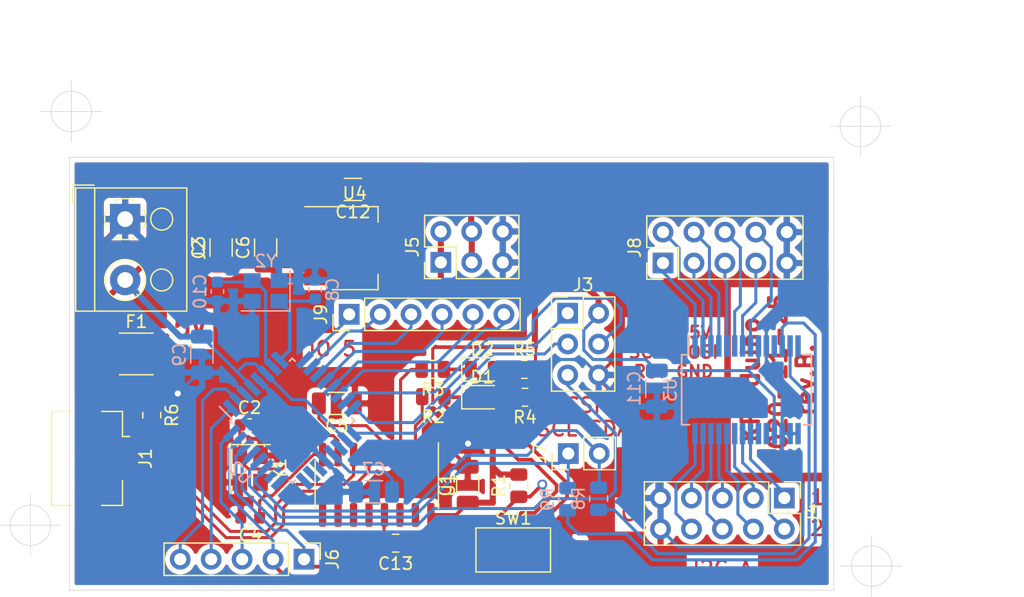
<source format=kicad_pcb>
(kicad_pcb (version 20171130) (host pcbnew "(5.1.7)-1")
  (layers (0 F.Cu signal) (31 B.Cu signal) (34 B.Paste user) (35 F.Paste user) (36 B.SilkS user) (37 F.SilkS user) (38 B.Mask user) (39 F.Mask user) (44 Edge.Cuts user))
  (net 0 "")
  (net 1 GND)
  (net 2 +5V)
  (net 3 "Net-(C2-Pad1)")
  (net 4 "Net-(C4-Pad1)")
  (net 5 "Net-(C5-Pad2)")
  (net 6 "Net-(C7-Pad1)")
  (net 7 "Net-(C8-Pad1)")
  (net 8 "Net-(C10-Pad1)")
  (net 9 "Net-(D1-Pad2)")
  (net 10 "Net-(D2-Pad2)")
  (net 11 "Net-(J1-Pad6)")
  (net 12 /MISO)
  (net 13 /SCK)
  (net 14 /MOSI)
  (net 15 /~RESET)
  (net 16 /I2C_A0)
  (net 17 /I2C_A1)
  (net 18 /I2C_A2)
  (net 19 /I2C_A3)
  (net 20 /I2C_A4)
  (net 21 /I2C_A5)
  (net 22 /I2C_A6)
  (net 23 /I2C_A7)
  (net 24 /SCL)
  (net 25 /SDA)
  (net 26 /IO7)
  (net 27 /IO6)
  (net 28 /IO5)
  (net 29 /IO4)
  (net 30 /IO3)
  (net 31 /IO2)
  (net 32 /IO1)
  (net 33 /IO0)
  (net 34 /I2C_B0)
  (net 35 /I2C_B1)
  (net 36 /I2C_B2)
  (net 37 /I2C_B3)
  (net 38 /I2C_B4)
  (net 39 /I2C_B5)
  (net 40 /I2C_B6)
  (net 41 /I2C_B7)
  (net 42 "Net-(R2-Pad2)")
  (net 43 "Net-(R3-Pad2)")
  (net 44 /3V3)
  (net 45 /IO8)
  (net 46 /IO9)
  (net 47 /IO10)
  (net 48 /5VUSB)
  (net 49 /UD+)
  (net 50 "Net-(C13-Pad2)")
  (net 51 "Net-(J1-Pad2)")
  (module Package_SO:SSOP-28_5.3x10.2mm_P0.65mm (layer B.Cu) (at 162.0012 85.3948 270)
    (fp_text reference U3 (at 0 6.25 270) (layer B.SilkS) (effects (justify mirror)))
    (fp_text value MCP23017_SS)
    (pad 1 smd rect (at -3.6 4.225 270) (size 1.75 0.45) (layers B.Cu B.Paste B.Mask) (net 34 /I2C_B0))
    (pad 2 smd rect (at -3.6 3.575 270) (size 1.75 0.45) (layers B.Cu B.Paste B.Mask) (net 35 /I2C_B1))
    (pad 3 smd rect (at -3.6 2.925 270) (size 1.75 0.45) (layers B.Cu B.Paste B.Mask) (net 36 /I2C_B2))
    (pad 4 smd rect (at -3.6 2.275 270) (size 1.75 0.45) (layers B.Cu B.Paste B.Mask) (net 37 /I2C_B3))
    (pad 5 smd rect (at -3.6 1.625 270) (size 1.75 0.45) (layers B.Cu B.Paste B.Mask) (net 38 /I2C_B4))
    (pad 6 smd rect (at -3.6 0.975 270) (size 1.75 0.45) (layers B.Cu B.Paste B.Mask) (net 39 /I2C_B5))
    (pad 7 smd rect (at -3.6 0.325 270) (size 1.75 0.45) (layers B.Cu B.Paste B.Mask) (net 40 /I2C_B6))
    (pad 8 smd rect (at -3.6 -0.325 270) (size 1.75 0.45) (layers B.Cu B.Paste B.Mask) (net 41 /I2C_B7))
    (pad 9 smd rect (at -3.6 -0.975 270) (size 1.75 0.45) (layers B.Cu B.Paste B.Mask) (net 2 +5V))
    (pad 10 smd rect (at -3.6 -1.625 270) (size 1.75 0.45) (layers B.Cu B.Paste B.Mask) (net 1 GND))
    (pad 11 smd rect (at -3.6 -2.275 270) (size 1.75 0.45) (layers B.Cu B.Paste B.Mask))
    (pad 12 smd rect (at -3.6 -2.925 270) (size 1.75 0.45) (layers B.Cu B.Paste B.Mask) (net 24 /SCL))
    (pad 13 smd rect (at -3.6 -3.575 270) (size 1.75 0.45) (layers B.Cu B.Paste B.Mask) (net 25 /SDA))
    (pad 14 smd rect (at -3.6 -4.225 270) (size 1.75 0.45) (layers B.Cu B.Paste B.Mask))
    (pad 15 smd rect (at 3.6 -4.225 270) (size 1.75 0.45) (layers B.Cu B.Paste B.Mask) (net 1 GND))
    (pad 16 smd rect (at 3.6 -3.575 270) (size 1.75 0.45) (layers B.Cu B.Paste B.Mask) (net 1 GND))
    (pad 17 smd rect (at 3.6 -2.925 270) (size 1.75 0.45) (layers B.Cu B.Paste B.Mask) (net 1 GND))
    (pad 18 smd rect (at 3.6 -2.275 270) (size 1.75 0.45) (layers B.Cu B.Paste B.Mask) (net 2 +5V))
    (pad 19 smd rect (at 3.6 -1.625 270) (size 1.75 0.45) (layers B.Cu B.Paste B.Mask))
    (pad 20 smd rect (at 3.6 -0.975 270) (size 1.75 0.45) (layers B.Cu B.Paste B.Mask))
    (pad 21 smd rect (at 3.6 -0.325 270) (size 1.75 0.45) (layers B.Cu B.Paste B.Mask) (net 16 /I2C_A0))
    (pad 22 smd rect (at 3.6 0.325 270) (size 1.75 0.45) (layers B.Cu B.Paste B.Mask) (net 17 /I2C_A1))
    (pad 23 smd rect (at 3.6 0.975 270) (size 1.75 0.45) (layers B.Cu B.Paste B.Mask) (net 18 /I2C_A2))
    (pad 24 smd rect (at 3.6 1.625 270) (size 1.75 0.45) (layers B.Cu B.Paste B.Mask) (net 19 /I2C_A3))
    (pad 25 smd rect (at 3.6 2.275 270) (size 1.75 0.45) (layers B.Cu B.Paste B.Mask) (net 20 /I2C_A4))
    (pad 26 smd rect (at 3.6 2.925 270) (size 1.75 0.45) (layers B.Cu B.Paste B.Mask) (net 21 /I2C_A5))
    (pad 27 smd rect (at 3.6 3.575 270) (size 1.75 0.45) (layers B.Cu B.Paste B.Mask) (net 22 /I2C_A6))
    (pad 28 smd rect (at 3.6 4.225 270) (size 1.75 0.45) (layers B.Cu B.Paste B.Mask) (net 23 /I2C_A7))
  )
  (module Package_QFP:TQFP-32_7x7mm_P0.8mm (layer B.Cu) (at 124.714 87.9348 315)
    (fp_text reference U2 (at 0 6.05 315) (layer B.SilkS) (effects (justify mirror)))
    (fp_text value ATmega328P-AU)
    (pad 1 smd rect (at -4.25 2.8 315) (size 1.6 0.55) (layers B.Cu B.Paste B.Mask) (net 30 /IO3))
    (pad 2 smd rect (at -4.25 2 315) (size 1.6 0.55) (layers B.Cu B.Paste B.Mask) (net 29 /IO4))
    (pad 3 smd rect (at -4.25 1.2 315) (size 1.6 0.55) (layers B.Cu B.Paste B.Mask) (net 1 GND))
    (pad 4 smd rect (at -4.25 0.4 315) (size 1.6 0.55) (layers B.Cu B.Paste B.Mask) (net 2 +5V))
    (pad 5 smd rect (at -4.25 -0.4 315) (size 1.6 0.55) (layers B.Cu B.Paste B.Mask) (net 1 GND))
    (pad 6 smd rect (at -4.25 -1.2 315) (size 1.6 0.55) (layers B.Cu B.Paste B.Mask) (net 2 +5V))
    (pad 7 smd rect (at -4.25 -2 315) (size 1.6 0.55) (layers B.Cu B.Paste B.Mask) (net 8 "Net-(C10-Pad1)"))
    (pad 8 smd rect (at -4.25 -2.8 315) (size 1.6 0.55) (layers B.Cu B.Paste B.Mask) (net 7 "Net-(C8-Pad1)"))
    (pad 9 smd rect (at -2.8 -4.25 225) (size 1.6 0.55) (layers B.Cu B.Paste B.Mask) (net 28 /IO5))
    (pad 10 smd rect (at -2 -4.25 225) (size 1.6 0.55) (layers B.Cu B.Paste B.Mask) (net 27 /IO6))
    (pad 11 smd rect (at -1.2 -4.25 225) (size 1.6 0.55) (layers B.Cu B.Paste B.Mask) (net 26 /IO7))
    (pad 12 smd rect (at -0.4 -4.25 225) (size 1.6 0.55) (layers B.Cu B.Paste B.Mask) (net 45 /IO8))
    (pad 13 smd rect (at 0.4 -4.25 225) (size 1.6 0.55) (layers B.Cu B.Paste B.Mask) (net 46 /IO9))
    (pad 14 smd rect (at 1.2 -4.25 225) (size 1.6 0.55) (layers B.Cu B.Paste B.Mask) (net 47 /IO10))
    (pad 15 smd rect (at 2 -4.25 225) (size 1.6 0.55) (layers B.Cu B.Paste B.Mask) (net 14 /MOSI))
    (pad 16 smd rect (at 2.8 -4.25 225) (size 1.6 0.55) (layers B.Cu B.Paste B.Mask) (net 12 /MISO))
    (pad 17 smd rect (at 4.25 -2.8 315) (size 1.6 0.55) (layers B.Cu B.Paste B.Mask) (net 13 /SCK))
    (pad 18 smd rect (at 4.25 -2 315) (size 1.6 0.55) (layers B.Cu B.Paste B.Mask) (net 2 +5V))
    (pad 19 smd rect (at 4.25 -1.2 315) (size 1.6 0.55) (layers B.Cu B.Paste B.Mask))
    (pad 20 smd rect (at 4.25 -0.4 315) (size 1.6 0.55) (layers B.Cu B.Paste B.Mask) (net 6 "Net-(C7-Pad1)"))
    (pad 21 smd rect (at 4.25 0.4 315) (size 1.6 0.55) (layers B.Cu B.Paste B.Mask) (net 1 GND))
    (pad 22 smd rect (at 4.25 1.2 315) (size 1.6 0.55) (layers B.Cu B.Paste B.Mask))
    (pad 23 smd rect (at 4.25 2 315) (size 1.6 0.55) (layers B.Cu B.Paste B.Mask))
    (pad 24 smd rect (at 4.25 2.8 315) (size 1.6 0.55) (layers B.Cu B.Paste B.Mask))
    (pad 25 smd rect (at 2.8 4.25 225) (size 1.6 0.55) (layers B.Cu B.Paste B.Mask))
    (pad 26 smd rect (at 2 4.25 225) (size 1.6 0.55) (layers B.Cu B.Paste B.Mask))
    (pad 27 smd rect (at 1.2 4.25 225) (size 1.6 0.55) (layers B.Cu B.Paste B.Mask) (net 25 /SDA))
    (pad 28 smd rect (at 0.4 4.25 225) (size 1.6 0.55) (layers B.Cu B.Paste B.Mask) (net 24 /SCL))
    (pad 29 smd rect (at -0.4 4.25 225) (size 1.6 0.55) (layers B.Cu B.Paste B.Mask) (net 15 /~RESET))
    (pad 30 smd rect (at -1.2 4.25 225) (size 1.6 0.55) (layers B.Cu B.Paste B.Mask) (net 33 /IO0))
    (pad 31 smd rect (at -2 4.25 225) (size 1.6 0.55) (layers B.Cu B.Paste B.Mask) (net 32 /IO1))
    (pad 32 smd rect (at -2.8 4.25 225) (size 1.6 0.55) (layers B.Cu B.Paste B.Mask) (net 31 /IO2))
  )
  (module Package_SO:SOIC-16_3.9x9.9mm_P1.27mm (layer F.Cu) (at 131.6482 93.1926 270)
    (fp_text reference U1 (at 0 -5.9 90) (layer F.SilkS))
    (fp_text value CH340G)
    (pad 1 smd roundrect (at -2.475 -4.445 270) (size 1.95 0.6) (layers F.Cu F.Paste F.Mask) (net 1 GND))
    (pad 2 smd roundrect (at -2.475 -3.175 270) (size 1.95 0.6) (layers F.Cu F.Paste F.Mask) (net 42 "Net-(R2-Pad2)"))
    (pad 3 smd roundrect (at -2.475 -1.905 270) (size 1.95 0.6) (layers F.Cu F.Paste F.Mask) (net 43 "Net-(R3-Pad2)"))
    (pad 4 smd roundrect (at -2.475 -0.635 270) (size 1.95 0.6) (layers F.Cu F.Paste F.Mask) (net 5 "Net-(C5-Pad2)"))
    (pad 5 smd roundrect (at -2.475 0.635 270) (size 1.95 0.6) (layers F.Cu F.Paste F.Mask) (net 49 /UD+))
    (pad 6 smd roundrect (at -2.475 1.905 270) (size 1.95 0.6) (layers F.Cu F.Paste F.Mask) (net 51 "Net-(J1-Pad2)"))
    (pad 7 smd roundrect (at -2.475 3.175 270) (size 1.95 0.6) (layers F.Cu F.Paste F.Mask) (net 3 "Net-(C2-Pad1)"))
    (pad 8 smd roundrect (at -2.475 4.445 270) (size 1.95 0.6) (layers F.Cu F.Paste F.Mask) (net 4 "Net-(C4-Pad1)"))
    (pad 9 smd roundrect (at 2.475 4.445 270) (size 1.95 0.6) (layers F.Cu F.Paste F.Mask))
    (pad 10 smd roundrect (at 2.475 3.175 270) (size 1.95 0.6) (layers F.Cu F.Paste F.Mask))
    (pad 11 smd roundrect (at 2.475 1.905 270) (size 1.95 0.6) (layers F.Cu F.Paste F.Mask))
    (pad 12 smd roundrect (at 2.475 0.635 270) (size 1.95 0.6) (layers F.Cu F.Paste F.Mask))
    (pad 13 smd roundrect (at 2.475 -0.635 270) (size 1.95 0.6) (layers F.Cu F.Paste F.Mask) (net 50 "Net-(C13-Pad2)"))
    (pad 14 smd roundrect (at 2.475 -1.905 270) (size 1.95 0.6) (layers F.Cu F.Paste F.Mask))
    (pad 15 smd roundrect (at 2.475 -3.175 270) (size 1.95 0.6) (layers F.Cu F.Paste F.Mask))
    (pad 16 smd roundrect (at 2.475 -4.445 270) (size 1.95 0.6) (layers F.Cu F.Paste F.Mask) (net 2 +5V))
  )
  (module Capacitor_SMD:C_1206_3216Metric (layer F.Cu) (at 139.1158 93.1926 90)
    (fp_text reference C1 (at 0 -1.85 270) (layer F.SilkS))
    (fp_text value 100n)
    (pad 1 smd roundrect (at -1.475 0 90) (size 1.15 1.8) (layers F.Cu F.Paste F.Mask) (roundrect_rratio 0.2173904347826087) (net 2 +5V))
    (pad 2 smd roundrect (at 1.475 0 90) (size 1.15 1.8) (layers F.Cu F.Paste F.Mask) (roundrect_rratio 0.2173904347826087) (net 1 GND))
  )
  (module Capacitor_SMD:C_1206_3216Metric (layer F.Cu) (at 118.872 73.7108 90)
    (fp_text reference C3 (at 0 -1.85 90) (layer F.SilkS))
    (fp_text value 100n)
    (pad 2 smd roundrect (at 1.475 0 90) (size 1.15 1.8) (layers F.Cu F.Paste F.Mask) (roundrect_rratio 0.2173904347826087) (net 1 GND))
    (pad 1 smd roundrect (at -1.475 0 90) (size 1.15 1.8) (layers F.Cu F.Paste F.Mask) (roundrect_rratio 0.2173904347826087) (net 2 +5V))
  )
  (module Capacitor_SMD:C_1206_3216Metric (layer F.Cu) (at 128.3716 86.5124 180)
    (fp_text reference C5 (at 0 -1.85) (layer F.SilkS))
    (fp_text value 10n)
    (pad 2 smd roundrect (at 1.475 0 180) (size 1.15 1.8) (layers F.Cu F.Paste F.Mask) (roundrect_rratio 0.2173904347826087) (net 5 "Net-(C5-Pad2)"))
    (pad 1 smd roundrect (at -1.475 0 180) (size 1.15 1.8) (layers F.Cu F.Paste F.Mask) (roundrect_rratio 0.2173904347826087) (net 1 GND))
  )
  (module Capacitor_SMD:C_1206_3216Metric (layer F.Cu) (at 122.5296 73.7108 90)
    (fp_text reference C6 (at 0 -1.85 90) (layer F.SilkS))
    (fp_text value 10u)
    (pad 1 smd roundrect (at -1.475 0 90) (size 1.15 1.8) (layers F.Cu F.Paste F.Mask) (roundrect_rratio 0.2173904347826087) (net 2 +5V))
    (pad 2 smd roundrect (at 1.475 0 90) (size 1.15 1.8) (layers F.Cu F.Paste F.Mask) (roundrect_rratio 0.2173904347826087) (net 1 GND))
  )
  (module Capacitor_SMD:C_1206_3216Metric (layer B.Cu) (at 131.4196 93.7768 180)
    (fp_text reference C7 (at 0 1.85 180) (layer B.SilkS) (effects (justify mirror)))
    (fp_text value 100n)
    (pad 2 smd roundrect (at 1.475 0 180) (size 1.15 1.8) (layers B.Cu B.Paste B.Mask) (roundrect_rratio 0.2173904347826087) (net 1 GND))
    (pad 1 smd roundrect (at -1.475 0 180) (size 1.15 1.8) (layers B.Cu B.Paste B.Mask) (roundrect_rratio 0.2173904347826087) (net 6 "Net-(C7-Pad1)"))
  )
  (module Capacitor_SMD:C_1206_3216Metric (layer B.Cu) (at 117.2972 82.4992 270)
    (fp_text reference C9 (at 0 1.85 270) (layer B.SilkS) (effects (justify mirror)))
    (fp_text value 100n)
    (pad 1 smd roundrect (at -1.475 0 270) (size 1.15 1.8) (layers B.Cu B.Paste B.Mask) (roundrect_rratio 0.2173904347826087) (net 2 +5V))
    (pad 2 smd roundrect (at 1.475 0 270) (size 1.15 1.8) (layers B.Cu B.Paste B.Mask) (roundrect_rratio 0.2173904347826087) (net 1 GND))
  )
  (module Capacitor_SMD:C_1206_3216Metric (layer B.Cu) (at 154.6352 85.2932 270)
    (fp_text reference C11 (at 0 1.85 270) (layer B.SilkS) (effects (justify mirror)))
    (fp_text value 100n)
    (pad 1 smd roundrect (at -1.475 0 270) (size 1.15 1.8) (layers B.Cu B.Paste B.Mask) (roundrect_rratio 0.2173904347826087) (net 2 +5V))
    (pad 2 smd roundrect (at 1.475 0 270) (size 1.15 1.8) (layers B.Cu B.Paste B.Mask) (roundrect_rratio 0.2173904347826087) (net 1 GND))
  )
  (module Diode_SMD:D_0805_2012Metric (layer F.Cu) (at 140.3096 86.0044)
    (fp_text reference D1 (at 0 -1.65 180) (layer F.SilkS))
    (fp_text value LED)
    (pad 1 smd roundrect (at -0.9375 0) (size 0.975 1.4) (layers F.Cu F.Paste F.Mask) (net 33 /IO0))
    (pad 2 smd roundrect (at 0.9375 0) (size 0.975 1.4) (layers F.Cu F.Paste F.Mask) (net 9 "Net-(D1-Pad2)"))
  )
  (module Diode_SMD:D_0805_2012Metric (layer F.Cu) (at 140.3096 83.7184)
    (fp_text reference D2 (at 0 -1.65 180) (layer F.SilkS))
    (fp_text value LED)
    (pad 2 smd roundrect (at 0.9375 0) (size 0.975 1.4) (layers F.Cu F.Paste F.Mask) (net 10 "Net-(D2-Pad2)"))
    (pad 1 smd roundrect (at -0.9375 0) (size 0.975 1.4) (layers F.Cu F.Paste F.Mask) (net 32 /IO1))
  )
  (module Fuse:Fuse_1812_4532Metric (layer F.Cu) (at 111.9124 82.4484)
    (fp_text reference F1 (at 0 -2.65) (layer F.SilkS))
    (fp_text value Fuse_Small)
    (pad 1 smd roundrect (at -2.1375 0) (size 1.125 3.4) (layers F.Cu F.Paste F.Mask) (roundrect_rratio 0.2222213333333333) (net 2 +5V))
    (pad 2 smd roundrect (at 2.1375 0) (size 1.125 3.4) (layers F.Cu F.Paste F.Mask) (roundrect_rratio 0.2222213333333333) (net 48 /5VUSB))
  )
  (module Connector_USB:USB_Micro-B_Amphenol_10104110_Horizontal (layer F.Cu) (at 109.1184 91.0336 270)
    (fp_text reference J1 (at 0 -3.55 270) (layer F.SilkS))
    (fp_text value USB_B_Micro)
    (pad 6 smd rect (at 1.15 1.3 270) (size 1.8 1.9) (layers F.Cu F.Paste F.Mask) (net 11 "Net-(J1-Pad6)"))
    (pad 6 smd rect (at -1.15 1.3 270) (size 1.8 1.9) (layers F.Cu F.Paste F.Mask) (net 11 "Net-(J1-Pad6)"))
    (pad 6 smd rect (at 3.75 1.3 270) (size 2.3 1.9) (layers F.Cu F.Paste F.Mask) (net 11 "Net-(J1-Pad6)"))
    (pad 6 smd rect (at -3.75 1.3 270) (size 2.3 1.9) (layers F.Cu F.Paste F.Mask) (net 11 "Net-(J1-Pad6)"))
    (pad 5 smd rect (at 1.3 -1.55 270) (size 0.4 1.4) (layers F.Cu F.Paste F.Mask) (net 1 GND))
    (pad 4 smd rect (at 0.65 -1.55 270) (size 0.4 1.4) (layers F.Cu F.Paste F.Mask))
    (pad 3 smd rect (at 0 -1.55 270) (size 0.4 1.4) (layers F.Cu F.Paste F.Mask) (net 49 /UD+))
    (pad 2 smd rect (at -0.65 -1.55 270) (size 0.4 1.4) (layers F.Cu F.Paste F.Mask) (net 51 "Net-(J1-Pad2)"))
    (pad 1 smd rect (at -1.3 -1.55 270) (size 0.4 1.4) (layers F.Cu F.Paste F.Mask) (net 48 /5VUSB))
  )
  (module TerminalBlock_RND:TerminalBlock_RND_205-00001_1x02_P5.00mm_Horizontal (layer F.Cu) (at 110.998 71.374 270)
    (fp_text reference J2 (at 2.5 -6.06 270) (layer F.SilkS))
    (fp_text value PWR)
    (pad 1 thru_hole rect (at 0 0 270) (size 2.5 2.5) (drill 1.3) (layers *.Cu *.Mask) (net 1 GND))
    (pad 2 thru_hole circle (at 5 0 270) (size 2.5 2.5) (drill 1.3) (layers *.Cu *.Mask) (net 2 +5V))
  )
  (module Connector_PinHeader_2.54mm:PinHeader_2x03_P2.54mm_Vertical (layer F.Cu) (at 147.32 79.0956)
    (fp_text reference J3 (at 1.27 -2.33) (layer F.SilkS))
    (fp_text value ISP)
    (pad 1 thru_hole rect (at 0 0) (size 1.7 1.7) (drill 1) (layers *.Cu *.Mask) (net 12 /MISO))
    (pad 2 thru_hole oval (at 2.54 0) (size 1.7 1.7) (drill 1) (layers *.Cu *.Mask) (net 2 +5V))
    (pad 3 thru_hole oval (at 0 2.54) (size 1.7 1.7) (drill 1) (layers *.Cu *.Mask) (net 13 /SCK))
    (pad 4 thru_hole oval (at 2.54 2.54) (size 1.7 1.7) (drill 1) (layers *.Cu *.Mask) (net 14 /MOSI))
    (pad 5 thru_hole oval (at 0 5.08) (size 1.7 1.7) (drill 1) (layers *.Cu *.Mask) (net 15 /~RESET))
    (pad 6 thru_hole oval (at 2.54 5.08) (size 1.7 1.7) (drill 1) (layers *.Cu *.Mask) (net 1 GND))
  )
  (module Connector_PinHeader_2.54mm:PinHeader_2x05_P2.54mm_Vertical (layer F.Cu) (at 165.1 94.2848 270)
    (fp_text reference J4 (at 1.27 -2.33 270) (layer F.SilkS))
    (fp_text value I2C_A)
    (pad 1 thru_hole rect (at 0 0 270) (size 1.7 1.7) (drill 1) (layers *.Cu *.Mask) (net 16 /I2C_A0))
    (pad 2 thru_hole oval (at 2.54 0 270) (size 1.7 1.7) (drill 1) (layers *.Cu *.Mask) (net 17 /I2C_A1))
    (pad 3 thru_hole oval (at 0 2.54 270) (size 1.7 1.7) (drill 1) (layers *.Cu *.Mask) (net 18 /I2C_A2))
    (pad 4 thru_hole oval (at 2.54 2.54 270) (size 1.7 1.7) (drill 1) (layers *.Cu *.Mask) (net 19 /I2C_A3))
    (pad 5 thru_hole oval (at 0 5.08 270) (size 1.7 1.7) (drill 1) (layers *.Cu *.Mask) (net 20 /I2C_A4))
    (pad 6 thru_hole oval (at 2.54 5.08 270) (size 1.7 1.7) (drill 1) (layers *.Cu *.Mask) (net 21 /I2C_A5))
    (pad 7 thru_hole oval (at 0 7.62 270) (size 1.7 1.7) (drill 1) (layers *.Cu *.Mask) (net 22 /I2C_A6))
    (pad 8 thru_hole oval (at 2.54 7.62 270) (size 1.7 1.7) (drill 1) (layers *.Cu *.Mask) (net 23 /I2C_A7))
    (pad 9 thru_hole oval (at 0 10.16 270) (size 1.7 1.7) (drill 1) (layers *.Cu *.Mask) (net 1 GND))
    (pad 10 thru_hole oval (at 2.54 10.16 270) (size 1.7 1.7) (drill 1) (layers *.Cu *.Mask) (net 1 GND))
  )
  (module Connector_PinHeader_2.54mm:PinHeader_1x02_P2.54mm_Vertical (layer F.Cu) (at 147.3708 90.6272 90)
    (fp_text reference J7 (at 0 -2.33 90) (layer F.SilkS))
    (fp_text value IO_I2C)
    (pad 1 thru_hole rect (at 0 0 90) (size 1.7 1.7) (drill 1) (layers *.Cu *.Mask) (net 24 /SCL))
    (pad 2 thru_hole oval (at 0 2.54 90) (size 1.7 1.7) (drill 1) (layers *.Cu *.Mask) (net 25 /SDA))
  )
  (module Connector_PinHeader_2.54mm:PinHeader_2x05_P2.54mm_Vertical (layer F.Cu) (at 155.1432 74.9808 90)
    (fp_text reference J8 (at 1.27 -2.33 90) (layer F.SilkS))
    (fp_text value I2C_B)
    (pad 1 thru_hole rect (at 0 0 90) (size 1.7 1.7) (drill 1) (layers *.Cu *.Mask) (net 34 /I2C_B0))
    (pad 2 thru_hole oval (at 2.54 0 90) (size 1.7 1.7) (drill 1) (layers *.Cu *.Mask) (net 35 /I2C_B1))
    (pad 3 thru_hole oval (at 0 2.54 90) (size 1.7 1.7) (drill 1) (layers *.Cu *.Mask) (net 36 /I2C_B2))
    (pad 4 thru_hole oval (at 2.54 2.54 90) (size 1.7 1.7) (drill 1) (layers *.Cu *.Mask) (net 37 /I2C_B3))
    (pad 5 thru_hole oval (at 0 5.08 90) (size 1.7 1.7) (drill 1) (layers *.Cu *.Mask) (net 38 /I2C_B4))
    (pad 6 thru_hole oval (at 2.54 5.08 90) (size 1.7 1.7) (drill 1) (layers *.Cu *.Mask) (net 39 /I2C_B5))
    (pad 7 thru_hole oval (at 0 7.62 90) (size 1.7 1.7) (drill 1) (layers *.Cu *.Mask) (net 40 /I2C_B6))
    (pad 8 thru_hole oval (at 2.54 7.62 90) (size 1.7 1.7) (drill 1) (layers *.Cu *.Mask) (net 41 /I2C_B7))
    (pad 9 thru_hole oval (at 0 10.16 90) (size 1.7 1.7) (drill 1) (layers *.Cu *.Mask) (net 1 GND))
    (pad 10 thru_hole oval (at 2.54 10.16 90) (size 1.7 1.7) (drill 1) (layers *.Cu *.Mask) (net 1 GND))
  )
  (module Resistor_SMD:R_0805_2012Metric (layer F.Cu) (at 143.3068 93.2688 90)
    (fp_text reference R1 (at 0 -1.65 270) (layer F.SilkS))
    (fp_text value R)
    (pad 1 smd roundrect (at -0.9125 0 90) (size 1.025 1.4) (layers F.Cu F.Paste F.Mask) (roundrect_rratio 0.2439014634146341) (net 15 /~RESET))
    (pad 2 smd roundrect (at 0.9125 0 90) (size 1.025 1.4) (layers F.Cu F.Paste F.Mask) (roundrect_rratio 0.2439014634146341) (net 2 +5V))
  )
  (module Resistor_SMD:R_0805_2012Metric (layer F.Cu) (at 136.2964 85.9536 180)
    (fp_text reference R2 (at 0 -1.65) (layer F.SilkS))
    (fp_text value 1k)
    (pad 2 smd roundrect (at 0.9125 0 180) (size 1.025 1.4) (layers F.Cu F.Paste F.Mask) (roundrect_rratio 0.2439014634146341) (net 42 "Net-(R2-Pad2)"))
    (pad 1 smd roundrect (at -0.9125 0 180) (size 1.025 1.4) (layers F.Cu F.Paste F.Mask) (roundrect_rratio 0.2439014634146341) (net 33 /IO0))
  )
  (module Resistor_SMD:R_0805_2012Metric (layer F.Cu) (at 136.2456 83.7184 180)
    (fp_text reference R3 (at 0 -1.65) (layer F.SilkS))
    (fp_text value 1k)
    (pad 1 smd roundrect (at -0.9125 0 180) (size 1.025 1.4) (layers F.Cu F.Paste F.Mask) (roundrect_rratio 0.2439014634146341) (net 32 /IO1))
    (pad 2 smd roundrect (at 0.9125 0 180) (size 1.025 1.4) (layers F.Cu F.Paste F.Mask) (roundrect_rratio 0.2439014634146341) (net 43 "Net-(R3-Pad2)"))
  )
  (module Resistor_SMD:R_0805_2012Metric (layer F.Cu) (at 143.8148 86.0044 180)
    (fp_text reference R4 (at 0 -1.65) (layer F.SilkS))
    (fp_text value 1k)
    (pad 1 smd roundrect (at -0.9125 0 180) (size 1.025 1.4) (layers F.Cu F.Paste F.Mask) (roundrect_rratio 0.2439014634146341) (net 2 +5V))
    (pad 2 smd roundrect (at 0.9125 0 180) (size 1.025 1.4) (layers F.Cu F.Paste F.Mask) (roundrect_rratio 0.2439014634146341) (net 9 "Net-(D1-Pad2)"))
  )
  (module Resistor_SMD:R_0805_2012Metric (layer F.Cu) (at 143.764 83.7184)
    (fp_text reference R5 (at 0 -1.65 180) (layer F.SilkS))
    (fp_text value 1k)
    (pad 2 smd roundrect (at 0.9125 0) (size 1.025 1.4) (layers F.Cu F.Paste F.Mask) (roundrect_rratio 0.2439014634146341) (net 2 +5V))
    (pad 1 smd roundrect (at -0.9125 0) (size 1.025 1.4) (layers F.Cu F.Paste F.Mask) (roundrect_rratio 0.2439014634146341) (net 10 "Net-(D2-Pad2)"))
  )
  (module Capacitor_SMD:C_1206_3216Metric (layer F.Cu) (at 129.6924 68.9356 180)
    (fp_text reference C12 (at 0 -1.85 180) (layer F.SilkS))
    (fp_text value 10u)
    (pad 1 smd roundrect (at -1.475 0 180) (size 1.15 1.8) (layers F.Cu F.Paste F.Mask) (roundrect_rratio 0.2173904347826087) (net 44 /3V3))
    (pad 2 smd roundrect (at 1.475 0 180) (size 1.15 1.8) (layers F.Cu F.Paste F.Mask) (roundrect_rratio 0.2173904347826087) (net 1 GND))
  )
  (module Package_TO_SOT_SMD:SOT-223-3_TabPin2 (layer F.Cu) (at 129.8448 73.7616)
    (fp_text reference U4 (at 0 -4.5) (layer F.SilkS))
    (fp_text value AP1117-33)
    (pad 2 smd rect (at 3.15 0) (size 2 3.8) (layers F.Cu F.Paste F.Mask) (net 44 /3V3))
    (pad 2 smd rect (at -3.15 0) (size 2 1.5) (layers F.Cu F.Paste F.Mask) (net 44 /3V3))
    (pad 3 smd rect (at -3.15 2.3) (size 2 1.5) (layers F.Cu F.Paste F.Mask) (net 2 +5V))
    (pad 1 smd rect (at -3.15 -2.3) (size 2 1.5) (layers F.Cu F.Paste F.Mask) (net 1 GND))
  )
  (module Crystal:Crystal_SMD_3225-4Pin_3.2x2.5mm (layer F.Cu) (at 121.2596 91.8972 270)
    (fp_text reference Y1 (at 0 -2.45 90) (layer F.SilkS))
    (fp_text value 12MHz)
    (pad 1 smd rect (at -1.1 0.85 270) (size 1.4 1.2) (layers F.Cu F.Paste F.Mask) (net 3 "Net-(C2-Pad1)"))
    (pad 2 smd rect (at 1.1 0.85 270) (size 1.4 1.2) (layers F.Cu F.Paste F.Mask) (net 1 GND))
    (pad 3 smd rect (at 1.1 -0.85 270) (size 1.4 1.2) (layers F.Cu F.Paste F.Mask) (net 4 "Net-(C4-Pad1)"))
    (pad 4 smd rect (at -1.1 -0.85 270) (size 1.4 1.2) (layers F.Cu F.Paste F.Mask) (net 1 GND))
  )
  (module Crystal:Crystal_SMD_3225-4Pin_3.2x2.5mm (layer B.Cu) (at 122.5296 77.2668 180)
    (fp_text reference Y2 (at 0 2.45) (layer B.SilkS) (effects (justify mirror)))
    (fp_text value 16MHz)
    (pad 4 smd rect (at -1.1 0.85 180) (size 1.4 1.2) (layers B.Cu B.Paste B.Mask) (net 1 GND))
    (pad 3 smd rect (at 1.1 0.85 180) (size 1.4 1.2) (layers B.Cu B.Paste B.Mask) (net 8 "Net-(C10-Pad1)"))
    (pad 2 smd rect (at 1.1 -0.85 180) (size 1.4 1.2) (layers B.Cu B.Paste B.Mask) (net 1 GND))
    (pad 1 smd rect (at -1.1 -0.85 180) (size 1.4 1.2) (layers B.Cu B.Paste B.Mask) (net 7 "Net-(C8-Pad1)"))
  )
  (module Capacitor_SMD:C_0603_1608Metric (layer F.Cu) (at 121.2088 88.2904)
    (fp_text reference C2 (at 0 -1.43) (layer F.SilkS))
    (fp_text value 22p)
    (pad 2 smd roundrect (at 0.775 0) (size 0.9 0.95) (layers F.Cu F.Paste F.Mask) (net 1 GND))
    (pad 1 smd roundrect (at -0.775 0) (size 0.9 0.95) (layers F.Cu F.Paste F.Mask) (net 3 "Net-(C2-Pad1)"))
  )
  (module Capacitor_SMD:C_0603_1608Metric (layer F.Cu) (at 121.2596 95.9104 180)
    (fp_text reference C4 (at 0 -1.43) (layer F.SilkS))
    (fp_text value 22p)
    (pad 1 smd roundrect (at -0.775 0 180) (size 0.9 0.95) (layers F.Cu F.Paste F.Mask) (net 4 "Net-(C4-Pad1)"))
    (pad 2 smd roundrect (at 0.775 0 180) (size 0.9 0.95) (layers F.Cu F.Paste F.Mask) (net 1 GND))
  )
  (module Capacitor_SMD:C_0603_1608Metric (layer B.Cu) (at 126.5936 77.1652 90)
    (fp_text reference C8 (at 0 1.43 90) (layer B.SilkS) (effects (justify mirror)))
    (fp_text value 22p)
    (pad 2 smd roundrect (at 0.775 0 90) (size 0.9 0.95) (layers B.Cu B.Paste B.Mask) (net 1 GND))
    (pad 1 smd roundrect (at -0.775 0 90) (size 0.9 0.95) (layers B.Cu B.Paste B.Mask) (net 7 "Net-(C8-Pad1)"))
  )
  (module Capacitor_SMD:C_0603_1608Metric (layer B.Cu) (at 118.5672 77.3176 270)
    (fp_text reference C10 (at 0 1.43 90) (layer B.SilkS) (effects (justify mirror)))
    (fp_text value 22p)
    (pad 1 smd roundrect (at -0.775 0 270) (size 0.9 0.95) (layers B.Cu B.Paste B.Mask) (net 8 "Net-(C10-Pad1)"))
    (pad 2 smd roundrect (at 0.775 0 270) (size 0.9 0.95) (layers B.Cu B.Paste B.Mask) (net 1 GND))
  )
  (module Connector_PinHeader_2.54mm:PinHeader_2x03_P2.54mm_Vertical (layer F.Cu) (at 136.906 74.93 90)
    (fp_text reference J5 (at 1.27 -2.33 90) (layer F.SilkS))
    (fp_text value IO_PWR)
    (pad 1 thru_hole rect (at 0 0 90) (size 1.7 1.7) (drill 1) (layers *.Cu *.Mask) (net 2 +5V))
    (pad 2 thru_hole oval (at 2.54 0 90) (size 1.7 1.7) (drill 1) (layers *.Cu *.Mask) (net 2 +5V))
    (pad 3 thru_hole oval (at 0 2.54 90) (size 1.7 1.7) (drill 1) (layers *.Cu *.Mask) (net 44 /3V3))
    (pad 4 thru_hole oval (at 2.54 2.54 90) (size 1.7 1.7) (drill 1) (layers *.Cu *.Mask) (net 44 /3V3))
    (pad 5 thru_hole oval (at 0 5.08 90) (size 1.7 1.7) (drill 1) (layers *.Cu *.Mask) (net 1 GND))
    (pad 6 thru_hole oval (at 2.54 5.08 90) (size 1.7 1.7) (drill 1) (layers *.Cu *.Mask) (net 1 GND))
  )
  (module Connector_PinHeader_2.54mm:PinHeader_1x05_P2.54mm_Vertical (layer F.Cu) (at 125.6792 99.314 270)
    (fp_text reference J6 (at 0 -2.33 270) (layer F.SilkS))
    (fp_text value IO_1)
    (pad 1 thru_hole rect (at 0 0 270) (size 1.7 1.7) (drill 1) (layers *.Cu *.Mask) (net 33 /IO0))
    (pad 2 thru_hole oval (at 0 2.54 270) (size 1.7 1.7) (drill 1) (layers *.Cu *.Mask) (net 32 /IO1))
    (pad 3 thru_hole oval (at 0 5.08 270) (size 1.7 1.7) (drill 1) (layers *.Cu *.Mask) (net 31 /IO2))
    (pad 4 thru_hole oval (at 0 7.62 270) (size 1.7 1.7) (drill 1) (layers *.Cu *.Mask) (net 30 /IO3))
    (pad 5 thru_hole oval (at 0 10.16 270) (size 1.7 1.7) (drill 1) (layers *.Cu *.Mask) (net 29 /IO4))
  )
  (module Connector_PinHeader_2.54mm:PinHeader_1x06_P2.54mm_Vertical (layer F.Cu) (at 129.3876 79.1972 90)
    (fp_text reference J9 (at 0 -2.33 90) (layer F.SilkS))
    (fp_text value IO_2)
    (pad 1 thru_hole rect (at 0 0 90) (size 1.7 1.7) (drill 1) (layers *.Cu *.Mask) (net 28 /IO5))
    (pad 2 thru_hole oval (at 0 2.54 90) (size 1.7 1.7) (drill 1) (layers *.Cu *.Mask) (net 27 /IO6))
    (pad 3 thru_hole oval (at 0 5.08 90) (size 1.7 1.7) (drill 1) (layers *.Cu *.Mask) (net 26 /IO7))
    (pad 4 thru_hole oval (at 0 7.62 90) (size 1.7 1.7) (drill 1) (layers *.Cu *.Mask) (net 45 /IO8))
    (pad 5 thru_hole oval (at 0 10.16 90) (size 1.7 1.7) (drill 1) (layers *.Cu *.Mask) (net 46 /IO9))
    (pad 6 thru_hole oval (at 0 12.7 90) (size 1.7 1.7) (drill 1) (layers *.Cu *.Mask) (net 47 /IO10))
  )
  (module Resistor_SMD:R_0805_2012Metric (layer F.Cu) (at 113.1824 87.4776 270)
    (fp_text reference R6 (at 0 -1.65 270) (layer F.SilkS))
    (fp_text value 0)
    (pad 2 smd roundrect (at 0.9125 0 270) (size 1.025 1.4) (layers F.Cu F.Paste F.Mask) (roundrect_rratio 0.2439014634146341) (net 48 /5VUSB))
    (pad 1 smd roundrect (at -0.9125 0 270) (size 1.025 1.4) (layers F.Cu F.Paste F.Mask) (roundrect_rratio 0.2439014634146341) (net 48 /5VUSB))
  )
  (module Resistor_SMD:R_0805_2012Metric (layer B.Cu) (at 149.86 94.3356 270)
    (fp_text reference R8 (at 0 1.65 270) (layer B.SilkS) (effects (justify mirror)))
    (fp_text value 0)
    (pad 2 smd roundrect (at 0.9125 0 270) (size 1.025 1.4) (layers B.Cu B.Paste B.Mask) (roundrect_rratio 0.2439014634146341) (net 25 /SDA))
    (pad 1 smd roundrect (at -0.9125 0 270) (size 1.025 1.4) (layers B.Cu B.Paste B.Mask) (roundrect_rratio 0.2439014634146341) (net 25 /SDA))
  )
  (module Resistor_SMD:R_0805_2012Metric (layer B.Cu) (at 147.32 94.3864 270)
    (fp_text reference R9 (at 0 1.65 270) (layer B.SilkS) (effects (justify mirror)))
    (fp_text value 0)
    (pad 1 smd roundrect (at -0.9125 0 270) (size 1.025 1.4) (layers B.Cu B.Paste B.Mask) (roundrect_rratio 0.2439014634146341) (net 24 /SCL))
    (pad 2 smd roundrect (at 0.9125 0 270) (size 1.025 1.4) (layers B.Cu B.Paste B.Mask) (roundrect_rratio 0.2439014634146341) (net 24 /SCL))
  )
  (module Capacitor_SMD:C_0805_2012Metric (layer F.Cu) (at 133.1976 97.9932 180)
    (fp_text reference C13 (at 0 -1.68 180) (layer F.SilkS))
    (fp_text value 100n)
    (pad 1 smd roundrect (at -0.95 0 180) (size 1 1.45) (layers F.Cu F.Paste F.Mask) (net 15 /~RESET))
    (pad 2 smd roundrect (at 0.95 0 180) (size 1 1.45) (layers F.Cu F.Paste F.Mask) (net 50 "Net-(C13-Pad2)"))
  )
  (module Button_Switch_SMD:SW_SPST_FSMSM (layer F.Cu) (at 142.8496 98.552)
    (fp_text reference SW1 (at 0 -2.6) (layer F.SilkS))
    (fp_text value SW_Push)
    (pad 1 smd rect (at -4.59 0) (size 2.18 1.6) (layers F.Cu F.Paste F.Mask) (net 15 /~RESET))
    (pad 2 smd rect (at 4.59 0) (size 2.18 1.6) (layers F.Cu F.Paste F.Mask) (net 1 GND))
  )
  (gr_text 1 (at 146.304 75.6412) (layer F.Cu) (effects (font (size 1.2 1.2) (thickness 0.2))))
  (target plus (at 106.5784 62.5348) (size 5) (width 0.05) (layer Edge.Cuts))
  (target plus (at 103.2256 96.52) (size 5) (width 0.05) (layer Edge.Cuts))
  (target plus (at 172.2628 99.8728) (size 5) (width 0.05) (layer Edge.Cuts))
  (target plus (at 171.3484 63.754) (size 5) (width 0.05) (layer Edge.Cuts))
  (gr_text "KR-duino\n2020-11-25\nrev.B." (at 164.592 84.582 90) (layer F.Cu) (effects (font (size 1.4 1.4) (thickness 0.3))))
  (gr_text 2 (at 167.7924 96.774) (layer F.Cu) (effects (font (size 1.2 1.2) (thickness 0.2))))
  (gr_text 2 (at 152.5524 72.39) (layer F.Cu) (effects (font (size 1.2 1.2) (thickness 0.2))))
  (gr_text "MISO 5V\nSCK MOSI\nRST GND\n" (at 156.0068 82.296) (layer F.Cu) (effects (font (size 1 1) (thickness 0.2))))
  (gr_text "IO 0" (at 129.286 98.044) (layer F.Cu) (effects (font (size 1.2 1.2) (thickness 0.2))))
  (gr_text "IO 5" (at 128.016 82.042) (layer F.Cu) (effects (font (size 1.2 1.2) (thickness 0.2))))
  (gr_text "5 3.3 G" (at 139.7 68.326) (layer F.Cu) (effects (font (size 1.2 1.2) (thickness 0.2))))
  (gr_text "ICSP\nSCL SDA" (at 148.59 87.63) (layer F.Cu) (effects (font (size 1.2 1.2) (thickness 0.2))))
  (gr_text G (at 152.2984 95.5548) (layer F.Cu) (effects (font (size 1.2 1.2) (thickness 0.2))))
  (gr_text 1 (at 167.8432 94.234) (layer F.Cu) (effects (font (size 1.2 1.2) (thickness 0.2))))
  (gr_text G (at 167.64 73.7616) (layer F.Cu) (effects (font (size 1.2 1.2) (thickness 0.2))))
  (gr_text 1 (at 152.6032 74.93) (layer F.Cu) (effects (font (size 1.2 1.2) (thickness 0.2))))
  (gr_text "I2C A" (at 160.02 100.076) (layer F.Cu) (effects (font (size 1.2 1.2) (thickness 0.2))))
  (gr_text "I2C B" (at 160.528 69.088) (layer F.Cu) (effects (font (size 1.2 1.2) (thickness 0.2))))
  (gr_text GND (at 118.618 69.088) (layer F.Cu) (effects (font (size 1.5 1.5) (thickness 0.3))))
  (gr_text 5V (at 116.332 80.264) (layer F.Cu) (effects (font (size 1.5 1.5) (thickness 0.3))))
  (gr_line (start 106.426 101.854) (end 106.426 66.294) (angle 90) (layer Edge.Cuts) (width 0.05))
  (gr_line (start 169.164 101.854) (end 106.426 101.854) (angle 90) (layer Edge.Cuts) (width 0.05))
  (gr_line (start 169.164 66.294) (end 169.164 101.854) (angle 90) (layer Edge.Cuts) (width 0.05))
  (gr_line (start 106.426 66.294) (end 169.164 66.294) (angle 90) (layer Edge.Cuts) (width 0.05))
  (segment (start 110.998 71.374) (end 118.0102 71.374) (width 0.5) (layer F.Cu) (net 1))
  (segment (start 118.0102 71.374) (end 118.872 72.2358) (width 0.5) (layer F.Cu) (net 1))
  (segment (start 118.872 72.2358) (end 122.5296 72.2358) (width 0.5) (layer F.Cu) (net 1))
  (segment (start 122.5296 72.2358) (end 125.9206 72.2358) (width 0.5) (layer F.Cu) (net 1))
  (segment (start 125.9206 72.2358) (end 126.6948 71.4616) (width 0.5) (layer F.Cu) (net 1))
  (segment (start 128.2174 68.9356) (end 127.9144 68.9356) (width 0.5) (layer F.Cu) (net 1))
  (segment (start 126.6948 69.4948) (end 126.6948 71.4616) (width 0.5) (layer F.Cu) (net 1))
  (segment (start 127.9144 68.9356) (end 126.6948 69.4948) (width 0.5) (layer F.Cu) (net 1))
  (segment (start 120.0578 94.099) (end 120.0596 94.0972) (width 0.3) (layer F.Cu) (net 1))
  (segment (start 139.1158 91.7176) (end 139.114 91.7176) (width 0.3) (layer F.Cu) (net 1))
  (segment (start 138.114 90.7176) (end 136.0932 90.7176) (width 0.3) (layer F.Cu) (net 1))
  (segment (start 139.114 91.7176) (end 138.114 90.7176) (width 0.3) (layer F.Cu) (net 1))
  (segment (start 129.8466 86.5124) (end 129.8466 85.041) (width 0.3) (layer F.Cu) (net 1))
  (segment (start 122.6838 85.647) (end 122.6838 86.5124) (width 0.3) (layer F.Cu) (net 1))
  (segment (start 123.698 84.6328) (end 122.6838 85.647) (width 0.3) (layer F.Cu) (net 1))
  (segment (start 129.4384 84.6328) (end 123.698 84.6328) (width 0.3) (layer F.Cu) (net 1))
  (segment (start 129.8466 85.041) (end 129.4384 84.6328) (width 0.3) (layer F.Cu) (net 1))
  (segment (start 120.860268 85.778124) (end 120.860268 85.757468) (width 0.25) (layer B.Cu) (net 1))
  (segment (start 120.860268 85.757468) (end 119.077 83.9742) (width 0.25) (layer B.Cu) (net 1))
  (segment (start 119.077 83.9742) (end 117.2972 83.9742) (width 0.25) (layer B.Cu) (net 1))
  (segment (start 120.860268 85.778124) (end 120.880924 85.778124) (width 0.25) (layer B.Cu) (net 1))
  (segment (start 120.880924 85.778124) (end 121.92 86.8172) (width 0.25) (layer B.Cu) (net 1))
  (segment (start 121.92 86.8172) (end 122.2756 86.8172) (width 0.25) (layer B.Cu) (net 1))
  (segment (start 122.2756 86.8172) (end 122.6312 86.4616) (width 0.25) (layer B.Cu) (net 1))
  (segment (start 122.936 85.591114) (end 121.991639 84.646753) (width 0.25) (layer B.Cu) (net 1))
  (segment (start 122.6312 86.4616) (end 122.936 86.1568) (width 0.25) (layer B.Cu) (net 1))
  (segment (start 122.936 86.1568) (end 122.936 85.591114) (width 0.25) (layer B.Cu) (net 1))
  (segment (start 127.436361 91.222847) (end 127.436361 91.268561) (width 0.25) (layer B.Cu) (net 1))
  (segment (start 127.436361 91.268561) (end 129.9446 93.7768) (width 0.25) (layer B.Cu) (net 1))
  (segment (start 127.436361 91.222847) (end 127.392447 91.222847) (width 0.25) (layer B.Cu) (net 1))
  (segment (start 127.392447 91.222847) (end 122.6312 86.4616) (width 0.25) (layer B.Cu) (net 1))
  (segment (start 110.998 71.374) (end 110.998 71.628) (width 0.5) (layer B.Cu) (net 1))
  (segment (start 110.998 71.628) (end 114.4524 75.0824) (width 0.5) (layer B.Cu) (net 1))
  (segment (start 114.4524 75.0824) (end 114.4016 75.0316) (width 0.5) (layer B.Cu) (net 1))
  (segment (start 114.7572 75.0316) (end 115.2652 74.5236) (width 0.3) (layer B.Cu) (net 1))
  (segment (start 115.2652 74.5236) (end 122.5804 74.5236) (width 0.3) (layer B.Cu) (net 1))
  (segment (start 122.5804 74.5236) (end 123.6296 75.5728) (width 0.3) (layer B.Cu) (net 1))
  (segment (start 123.6296 75.5728) (end 123.6296 76.4168) (width 0.3) (layer B.Cu) (net 1))
  (segment (start 114.4016 75.0316) (end 114.7572 75.0316) (width 0.3) (layer B.Cu) (net 1))
  (segment (start 110.998 71.374) (end 110.998 71.628) (width 0.5) (layer B.Cu) (net 1))
  (segment (start 110.998 71.628) (end 108.3056 74.3204) (width 0.5) (layer B.Cu) (net 1))
  (segment (start 114.8606 83.9742) (end 117.2972 83.9742) (width 0.5) (layer B.Cu) (net 1))
  (segment (start 108.3056 77.4192) (end 114.8606 83.9742) (width 0.5) (layer B.Cu) (net 1))
  (segment (start 108.3056 74.3204) (end 108.3056 77.4192) (width 0.5) (layer B.Cu) (net 1))
  (segment (start 120.0596 94.0972) (end 119.6496 94.0972) (width 0.25) (layer F.Cu) (net 1))
  (segment (start 120.9566 84.7852) (end 122.6838 86.5124) (width 0.25) (layer F.Cu) (net 1))
  (segment (start 118.5164 84.7852) (end 120.9566 84.7852) (width 0.25) (layer F.Cu) (net 1))
  (segment (start 118.0084 85.2932) (end 118.5164 84.7852) (width 0.25) (layer F.Cu) (net 1))
  (segment (start 118.0084 92.456) (end 118.0084 88.7476) (width 0.25) (layer F.Cu) (net 1))
  (segment (start 118.0084 88.7476) (end 118.0084 85.2932) (width 0.25) (layer F.Cu) (net 1))
  (segment (start 119.6496 94.0972) (end 118.0084 92.456) (width 0.25) (layer F.Cu) (net 1))
  (segment (start 118.0084 88.7476) (end 117.1448 88.7476) (width 0.25) (layer F.Cu) (net 1))
  (segment (start 117.1448 88.7476) (end 117.1448 87.5792) (width 0.25) (layer F.Cu) (net 1))
  (segment (start 117.1448 87.5792) (end 116.0018 86.4362) (width 0.25) (layer F.Cu) (net 1))
  (segment (start 116.0018 86.4362) (end 115.9764 86.4108) (width 0.25) (layer F.Cu) (net 1))
  (segment (start 110.1852 87.4776) (end 114.9096 87.4776) (width 0.25) (layer F.Cu) (net 1))
  (segment (start 114.9096 87.4776) (end 115.9764 86.4108) (width 0.25) (layer F.Cu) (net 1))
  (segment (start 110.1852 87.4776) (end 110.1852 85.9028) (width 0.25) (layer F.Cu) (net 1))
  (segment (start 108.6612 73.7108) (end 110.998 71.374) (width 0.25) (layer F.Cu) (net 1))
  (segment (start 108.6612 84.6836) (end 108.6612 73.7108) (width 0.25) (layer F.Cu) (net 1))
  (segment (start 108.458 84.8868) (end 108.6612 84.6836) (width 0.25) (layer F.Cu) (net 1))
  (segment (start 109.1692 84.8868) (end 108.458 84.8868) (width 0.25) (layer F.Cu) (net 1))
  (segment (start 110.1852 85.9028) (end 109.1692 84.8868) (width 0.25) (layer F.Cu) (net 1))
  (segment (start 110.6684 92.3336) (end 109.6564 92.3336) (width 0.25) (layer F.Cu) (net 1))
  (segment (start 109.4232 88.2396) (end 110.1852 87.4776) (width 0.25) (layer F.Cu) (net 1))
  (segment (start 109.4232 92.1004) (end 109.4232 88.2396) (width 0.25) (layer F.Cu) (net 1))
  (segment (start 109.6564 92.3336) (end 109.4232 92.1004) (width 0.25) (layer F.Cu) (net 1))
  (segment (start 122.1096 90.7972) (end 122.1096 89.4724) (width 0.25) (layer F.Cu) (net 1))
  (segment (start 122.6838 88.8982) (end 122.6838 88.392) (width 0.25) (layer F.Cu) (net 1))
  (segment (start 122.6838 88.392) (end 122.6838 86.5124) (width 0.25) (layer F.Cu) (net 1))
  (segment (start 122.1096 89.4724) (end 122.6838 88.8982) (width 0.25) (layer F.Cu) (net 1))
  (segment (start 120.0578 94.099) (end 120.0578 93.349) (width 0.25) (layer F.Cu) (net 1))
  (segment (start 120.0578 93.349) (end 120.4096 92.9972) (width 0.25) (layer F.Cu) (net 1))
  (segment (start 118.5672 78.0926) (end 121.4054 78.0926) (width 0.25) (layer B.Cu) (net 1))
  (segment (start 121.4054 78.0926) (end 121.4296 78.1168) (width 0.25) (layer B.Cu) (net 1))
  (segment (start 123.6296 76.4168) (end 126.567 76.4168) (width 0.25) (layer B.Cu) (net 1))
  (segment (start 126.567 76.4168) (end 126.5936 76.3902) (width 0.25) (layer B.Cu) (net 1))
  (segment (start 118.5672 78.0926) (end 117.3102 78.0926) (width 0.25) (layer B.Cu) (net 1))
  (segment (start 114.4524 75.2348) (end 114.4524 75.0824) (width 0.25) (layer B.Cu) (net 1))
  (segment (start 117.3102 78.0926) (end 114.4524 75.2348) (width 0.25) (layer B.Cu) (net 1))
  (segment (start 120.4846 95.9104) (end 120.4846 94.5222) (width 0.25) (layer F.Cu) (net 1))
  (segment (start 120.4846 94.5222) (end 120.0596 94.0972) (width 0.25) (layer F.Cu) (net 1))
  (segment (start 122.6838 88.392) (end 122.0854 88.392) (width 0.25) (layer F.Cu) (net 1))
  (segment (start 122.0854 88.392) (end 121.9838 88.2904) (width 0.25) (layer F.Cu) (net 1))
  (segment (start 141.986 74.93) (end 141.986 72.39) (width 0.5) (layer F.Cu) (net 1))
  (segment (start 149.86 84.1756) (end 149.86 84.4296) (width 0.25) (layer B.Cu) (net 1))
  (segment (start 152.1986 86.7682) (end 154.6352 86.7682) (width 0.25) (layer B.Cu) (net 1))
  (segment (start 149.86 84.4296) (end 152.1986 86.7682) (width 0.25) (layer B.Cu) (net 1))
  (segment (start 166.2262 88.9948) (end 165.5762 88.9948) (width 0.25) (layer B.Cu) (net 1))
  (segment (start 165.5762 88.9948) (end 164.9262 88.9948) (width 0.25) (layer B.Cu) (net 1))
  (segment (start 154.6352 86.7682) (end 154.6352 93.98) (width 0.25) (layer B.Cu) (net 1))
  (segment (start 154.6352 93.98) (end 154.94 94.2848) (width 0.25) (layer B.Cu) (net 1))
  (segment (start 154.94 94.2848) (end 154.94 96.8248) (width 0.25) (layer B.Cu) (net 1))
  (segment (start 164.9262 88.9948) (end 164.9262 85.7798) (width 0.25) (layer B.Cu) (net 1))
  (segment (start 163.6262 84.4798) (end 163.6262 81.7948) (width 0.25) (layer B.Cu) (net 1))
  (segment (start 164.9262 85.7798) (end 163.6262 84.4798) (width 0.25) (layer B.Cu) (net 1))
  (segment (start 163.6262 81.7948) (end 163.6262 80.2138) (width 0.25) (layer B.Cu) (net 1))
  (segment (start 165.3032 78.5368) (end 165.3032 74.9808) (width 0.25) (layer B.Cu) (net 1))
  (segment (start 163.6262 80.2138) (end 165.3032 78.5368) (width 0.25) (layer B.Cu) (net 1))
  (segment (start 165.3032 74.9808) (end 165.3032 72.4408) (width 0.25) (layer B.Cu) (net 1))
  (segment (start 141.986 72.39) (end 141.986 71.12) (width 0.25) (layer F.Cu) (net 1))
  (segment (start 128.2174 67.8706) (end 128.2174 68.9356) (width 0.25) (layer F.Cu) (net 1))
  (segment (start 128.778 67.31) (end 128.2174 67.8706) (width 0.25) (layer F.Cu) (net 1))
  (segment (start 132.08 67.31) (end 128.778 67.31) (width 0.25) (layer F.Cu) (net 1))
  (segment (start 134.366 69.596) (end 132.08 67.31) (width 0.25) (layer F.Cu) (net 1))
  (segment (start 140.462 69.596) (end 134.366 69.596) (width 0.25) (layer F.Cu) (net 1))
  (segment (start 141.986 71.12) (end 140.462 69.596) (width 0.25) (layer F.Cu) (net 1))
  (segment (start 141.986 74.93) (end 143.764 74.93) (width 0.25) (layer F.Cu) (net 1))
  (segment (start 143.764 74.93) (end 144.526 74.168) (width 0.25) (layer F.Cu) (net 1))
  (segment (start 144.526 74.168) (end 147.828 74.168) (width 0.25) (layer F.Cu) (net 1))
  (segment (start 147.828 74.168) (end 151.892 78.232) (width 0.25) (layer F.Cu) (net 1))
  (segment (start 151.892 78.232) (end 151.892 82.1436) (width 0.25) (layer F.Cu) (net 1))
  (segment (start 151.892 82.1436) (end 149.86 84.1756) (width 0.25) (layer F.Cu) (net 1))
  (segment (start 164.9262 88.9948) (end 164.9262 92.0282) (width 0.25) (layer B.Cu) (net 1))
  (segment (start 156.4132 98.298) (end 154.94 96.8248) (width 0.25) (layer B.Cu) (net 1))
  (segment (start 165.608 98.298) (end 156.4132 98.298) (width 0.25) (layer B.Cu) (net 1))
  (segment (start 166.624 97.282) (end 165.608 98.298) (width 0.25) (layer B.Cu) (net 1))
  (segment (start 166.624 93.218) (end 166.624 97.282) (width 0.25) (layer B.Cu) (net 1))
  (segment (start 166.116 92.71) (end 166.624 93.218) (width 0.25) (layer B.Cu) (net 1))
  (segment (start 165.608 92.71) (end 166.116 92.71) (width 0.25) (layer B.Cu) (net 1))
  (segment (start 164.9262 92.0282) (end 165.608 92.71) (width 0.25) (layer B.Cu) (net 1))
  (segment (start 139.1158 91.7176) (end 139.1158 89.8398) (width 0.25) (layer F.Cu) (net 1))
  (segment (start 148.59 82.9056) (end 149.86 84.1756) (width 0.25) (layer B.Cu) (net 1))
  (segment (start 146.05 82.9056) (end 148.59 82.9056) (width 0.25) (layer B.Cu) (net 1))
  (segment (start 139.1412 89.8144) (end 146.05 82.9056) (width 0.25) (layer B.Cu) (net 1))
  (via (at 139.1412 89.8144) (size 0.8) (drill 0.5) (layers F.Cu B.Cu) (net 1))
  (segment (start 139.1158 89.8398) (end 139.1412 89.8144) (width 0.25) (layer F.Cu) (net 1))
  (segment (start 117.2972 83.9742) (end 117.0414 83.9742) (width 0.25) (layer B.Cu) (net 1))
  (segment (start 116.0018 86.3854) (end 116.0018 86.4362) (width 0.25) (layer F.Cu) (net 1))
  (segment (start 115.316 85.6996) (end 116.0018 86.3854) (width 0.25) (layer F.Cu) (net 1))
  (via (at 115.316 85.6996) (size 0.8) (drill 0.5) (layers F.Cu B.Cu) (net 1))
  (segment (start 117.0414 83.9742) (end 115.316 85.6996) (width 0.25) (layer B.Cu) (net 1))
  (segment (start 149.86 84.1756) (end 149.86 84.4804) (width 0.3) (layer F.Cu) (net 1))
  (segment (start 147.4396 95.994) (end 147.4396 98.552) (width 0.3) (layer F.Cu) (net 1))
  (segment (start 150.8252 92.6084) (end 147.4396 95.994) (width 0.3) (layer F.Cu) (net 1))
  (segment (start 152.6032 92.6084) (end 150.8252 92.6084) (width 0.3) (layer F.Cu) (net 1))
  (segment (start 154.94 90.2716) (end 152.6032 92.6084) (width 0.3) (layer F.Cu) (net 1))
  (segment (start 154.94 88.5444) (end 154.94 90.2716) (width 0.3) (layer F.Cu) (net 1))
  (segment (start 153.0604 86.6648) (end 154.94 88.5444) (width 0.3) (layer F.Cu) (net 1))
  (segment (start 152.0444 86.6648) (end 153.0604 86.6648) (width 0.3) (layer F.Cu) (net 1))
  (segment (start 149.86 84.4804) (end 152.0444 86.6648) (width 0.3) (layer F.Cu) (net 1))
  (segment (start 109.7749 82.4484) (end 109.7749 77.5971) (width 0.5) (layer F.Cu) (net 2))
  (segment (start 109.7749 77.5971) (end 110.998 76.374) (width 0.5) (layer F.Cu) (net 2))
  (segment (start 110.998 76.374) (end 111.2304 76.374) (width 0.5) (layer F.Cu) (net 2))
  (segment (start 112.4186 75.1858) (end 118.872 75.1858) (width 0.5) (layer F.Cu) (net 2))
  (segment (start 111.2304 76.374) (end 112.4186 75.1858) (width 0.5) (layer F.Cu) (net 2))
  (segment (start 118.872 75.1858) (end 122.5296 75.1858) (width 0.5) (layer F.Cu) (net 2))
  (segment (start 122.5296 75.1858) (end 122.7346 75.1858) (width 0.5) (layer F.Cu) (net 2))
  (segment (start 122.7346 75.1858) (end 123.6104 76.0616) (width 0.5) (layer F.Cu) (net 2))
  (segment (start 123.6104 76.0616) (end 126.6948 76.0616) (width 0.5) (layer F.Cu) (net 2))
  (segment (start 139.1158 94.6676) (end 139.1158 94.7166) (width 0.3) (layer F.Cu) (net 2))
  (segment (start 138.1648 95.6676) (end 136.0932 95.6676) (width 0.3) (layer F.Cu) (net 2))
  (segment (start 139.1158 94.7166) (end 138.1648 95.6676) (width 0.3) (layer F.Cu) (net 2))
  (segment (start 121.425953 85.212439) (end 121.425953 85.152953) (width 0.25) (layer B.Cu) (net 2))
  (segment (start 121.425953 85.152953) (end 120.1937 83.9207) (width 0.25) (layer B.Cu) (net 2))
  (segment (start 120.1937 83.9207) (end 117.2972 81.0242) (width 0.25) (layer B.Cu) (net 2))
  (segment (start 122.557324 84.081068) (end 122.485868 84.081068) (width 0.25) (layer B.Cu) (net 2))
  (segment (start 120.8532 83.2612) (end 120.1937 83.9207) (width 0.25) (layer B.Cu) (net 2))
  (segment (start 121.666 83.2612) (end 120.8532 83.2612) (width 0.25) (layer B.Cu) (net 2))
  (segment (start 122.485868 84.081068) (end 121.666 83.2612) (width 0.25) (layer B.Cu) (net 2))
  (segment (start 129.133417 89.52579) (end 129.09899 89.52579) (width 0.25) (layer B.Cu) (net 2))
  (segment (start 124.683856 86.2076) (end 122.557324 84.081068) (width 0.25) (layer B.Cu) (net 2))
  (segment (start 125.7808 86.2076) (end 124.683856 86.2076) (width 0.25) (layer B.Cu) (net 2))
  (segment (start 129.09899 89.52579) (end 125.7808 86.2076) (width 0.25) (layer B.Cu) (net 2))
  (segment (start 110.998 76.374) (end 110.998 76.5048) (width 0.5) (layer B.Cu) (net 2))
  (segment (start 115.5174 81.0242) (end 117.2972 81.0242) (width 0.5) (layer B.Cu) (net 2))
  (segment (start 110.998 76.5048) (end 115.5174 81.0242) (width 0.5) (layer B.Cu) (net 2))
  (segment (start 149.86 79.0956) (end 149.86 77.9272) (width 0.5) (layer F.Cu) (net 2))
  (segment (start 149.86 77.9272) (end 149.1996 77.2668) (width 0.5) (layer F.Cu) (net 2))
  (segment (start 149.1996 77.2668) (end 149.0472 77.1144) (width 0.5) (layer F.Cu) (net 2))
  (segment (start 139.1158 94.6676) (end 139.7236 94.6676) (width 0.5) (layer F.Cu) (net 2))
  (segment (start 139.1158 94.6676) (end 141.1732 94.6676) (width 0.5) (layer F.Cu) (net 2))
  (segment (start 136.4996 81.8388) (end 136.4488 81.8388) (width 0.25) (layer F.Cu) (net 2))
  (segment (start 139.446 88.4428) (end 141.1732 90.17) (width 0.5) (layer F.Cu) (net 2))
  (segment (start 137.7188 88.4428) (end 139.446 88.4428) (width 0.5) (layer F.Cu) (net 2))
  (segment (start 136.2456 86.9696) (end 137.7188 88.4428) (width 0.5) (layer F.Cu) (net 2))
  (segment (start 136.2456 82.042) (end 136.2456 86.9696) (width 0.25) (layer F.Cu) (net 2))
  (segment (start 136.4488 81.8388) (end 136.2456 82.042) (width 0.25) (layer F.Cu) (net 2))
  (segment (start 141.1732 90.17) (end 141.1732 91.7448) (width 0.5) (layer F.Cu) (net 2))
  (segment (start 141.1732 91.7448) (end 141.1732 94.6676) (width 0.5) (layer F.Cu) (net 2))
  (segment (start 136.4996 81.8388) (end 136.4488 81.8896) (width 0.3) (layer F.Cu) (net 2))
  (segment (start 144.6276 81.8896) (end 136.4488 81.8896) (width 0.3) (layer F.Cu) (net 2))
  (segment (start 126.6948 76.0616) (end 128.8936 76.0616) (width 0.5) (layer F.Cu) (net 2))
  (segment (start 136.906 76.7588) (end 136.906 74.93) (width 0.5) (layer F.Cu) (net 2))
  (segment (start 136.5504 77.1144) (end 136.906 76.7588) (width 0.5) (layer F.Cu) (net 2))
  (segment (start 129.9464 77.1144) (end 136.5504 77.1144) (width 0.5) (layer F.Cu) (net 2))
  (segment (start 128.8936 76.0616) (end 129.9464 77.1144) (width 0.5) (layer F.Cu) (net 2))
  (segment (start 136.906 74.93) (end 136.906 72.39) (width 0.5) (layer F.Cu) (net 2))
  (segment (start 136.5504 77.1144) (end 144.1704 77.1144) (width 0.5) (layer F.Cu) (net 2))
  (segment (start 144.1704 77.1144) (end 149.0472 77.1144) (width 0.5) (layer F.Cu) (net 2))
  (segment (start 149.0472 77.1144) (end 149.1996 77.2668) (width 0.5) (layer F.Cu) (net 2))
  (segment (start 149.1996 77.2668) (end 149.1996 77.3176) (width 0.5) (layer F.Cu) (net 2))
  (segment (start 149.1996 77.3176) (end 149.1996 77.2668) (width 0.5) (layer F.Cu) (net 2))
  (segment (start 144.6276 81.8896) (end 144.6276 77.5716) (width 0.5) (layer F.Cu) (net 2))
  (segment (start 144.6276 77.5716) (end 144.1704 77.1144) (width 0.5) (layer F.Cu) (net 2))
  (segment (start 144.7273 86.0044) (end 144.7273 83.7692) (width 0.25) (layer F.Cu) (net 2))
  (segment (start 144.7273 83.7692) (end 144.6765 83.7184) (width 0.25) (layer F.Cu) (net 2))
  (segment (start 144.6765 83.7184) (end 144.6765 81.9385) (width 0.25) (layer F.Cu) (net 2))
  (segment (start 144.6765 81.9385) (end 144.6276 81.8896) (width 0.25) (layer F.Cu) (net 2))
  (segment (start 149.86 79.0956) (end 149.86 79.248) (width 0.25) (layer B.Cu) (net 2))
  (segment (start 153.7226 82.9056) (end 154.6352 83.8182) (width 0.25) (layer B.Cu) (net 2))
  (segment (start 149.4028 82.9056) (end 153.7226 82.9056) (width 0.25) (layer B.Cu) (net 2))
  (segment (start 148.6408 82.1436) (end 149.4028 82.9056) (width 0.25) (layer B.Cu) (net 2))
  (segment (start 148.6408 80.4672) (end 148.6408 82.1436) (width 0.25) (layer B.Cu) (net 2))
  (segment (start 149.86 79.248) (end 148.6408 80.4672) (width 0.25) (layer B.Cu) (net 2))
  (segment (start 162.9762 81.7948) (end 162.9762 82.9974) (width 0.25) (layer B.Cu) (net 2))
  (segment (start 162.1554 83.8182) (end 162.1518 83.8182) (width 0.25) (layer B.Cu) (net 2))
  (segment (start 162.1518 83.8182) (end 154.6352 83.8182) (width 0.25) (layer B.Cu) (net 2))
  (segment (start 162.9762 82.9974) (end 162.1554 83.8182) (width 0.25) (layer B.Cu) (net 2))
  (segment (start 164.2762 88.9948) (end 164.2762 85.9426) (width 0.25) (layer B.Cu) (net 2))
  (segment (start 164.2762 85.9426) (end 162.1518 83.8182) (width 0.25) (layer B.Cu) (net 2))
  (segment (start 143.3068 92.3563) (end 141.7847 92.3563) (width 0.5) (layer F.Cu) (net 2))
  (segment (start 141.7847 92.3563) (end 141.1732 91.7448) (width 0.5) (layer F.Cu) (net 2))
  (segment (start 120.4096 90.7972) (end 120.4096 91.1996) (width 0.25) (layer F.Cu) (net 3))
  (segment (start 120.4096 91.1996) (end 121.1072 91.8972) (width 0.25) (layer F.Cu) (net 3))
  (segment (start 121.1072 91.8972) (end 123.8504 91.8972) (width 0.25) (layer F.Cu) (net 3))
  (segment (start 123.8504 91.8972) (end 126.5936 89.154) (width 0.25) (layer F.Cu) (net 3))
  (segment (start 126.5936 89.154) (end 128.0668 89.154) (width 0.25) (layer F.Cu) (net 3))
  (segment (start 128.0668 89.154) (end 128.4732 89.5604) (width 0.25) (layer F.Cu) (net 3))
  (segment (start 128.4732 89.5604) (end 128.4732 90.7176) (width 0.25) (layer F.Cu) (net 3))
  (segment (start 120.4096 90.7972) (end 120.4096 88.3146) (width 0.25) (layer F.Cu) (net 3))
  (segment (start 120.4096 88.3146) (end 120.4338 88.2904) (width 0.25) (layer F.Cu) (net 3))
  (segment (start 122.4614 94.099) (end 122.4596 94.0972) (width 0.3) (layer F.Cu) (net 4))
  (segment (start 122.4596 94.0972) (end 123.0728 94.0972) (width 0.25) (layer F.Cu) (net 4))
  (segment (start 126.4524 90.7176) (end 127.2032 90.7176) (width 0.25) (layer F.Cu) (net 4))
  (segment (start 123.0728 94.0972) (end 126.4524 90.7176) (width 0.25) (layer F.Cu) (net 4))
  (segment (start 122.4614 94.099) (end 122.4614 93.349) (width 0.25) (layer F.Cu) (net 4))
  (segment (start 122.4614 93.349) (end 122.1096 92.9972) (width 0.25) (layer F.Cu) (net 4))
  (segment (start 122.0346 95.9104) (end 122.0346 94.5258) (width 0.25) (layer F.Cu) (net 4))
  (segment (start 122.0346 94.5258) (end 122.4614 94.099) (width 0.25) (layer F.Cu) (net 4))
  (segment (start 132.2832 90.7176) (end 132.2832 89.8144) (width 0.25) (layer F.Cu) (net 5))
  (segment (start 126.8966 87.7298) (end 126.8966 86.5124) (width 0.25) (layer F.Cu) (net 5))
  (segment (start 127.508 88.3412) (end 126.8966 87.7298) (width 0.25) (layer F.Cu) (net 5))
  (segment (start 130.81 88.3412) (end 127.508 88.3412) (width 0.25) (layer F.Cu) (net 5))
  (segment (start 132.2832 89.8144) (end 130.81 88.3412) (width 0.25) (layer F.Cu) (net 5))
  (segment (start 128.002047 90.657161) (end 128.002047 90.714847) (width 0.25) (layer B.Cu) (net 6))
  (segment (start 132.8946 92.7118) (end 132.8946 93.7768) (width 0.25) (layer B.Cu) (net 6))
  (segment (start 132.334 92.1512) (end 132.8946 92.7118) (width 0.25) (layer B.Cu) (net 6))
  (segment (start 129.4384 92.1512) (end 132.334 92.1512) (width 0.25) (layer B.Cu) (net 6))
  (segment (start 128.002047 90.714847) (end 129.4384 92.1512) (width 0.25) (layer B.Cu) (net 6))
  (segment (start 123.6296 78.1168) (end 123.6844 78.1168) (width 0.3) (layer B.Cu) (net 7))
  (segment (start 124.5108 82.127592) (end 123.688695 82.949697) (width 0.3) (layer B.Cu) (net 7))
  (segment (start 124.5108 78.9432) (end 124.5108 82.127592) (width 0.3) (layer B.Cu) (net 7))
  (segment (start 123.6844 78.1168) (end 124.5108 78.9432) (width 0.3) (layer B.Cu) (net 7))
  (segment (start 123.6296 78.1168) (end 126.417 78.1168) (width 0.25) (layer B.Cu) (net 7))
  (segment (start 126.417 78.1168) (end 126.5936 77.9402) (width 0.25) (layer B.Cu) (net 7))
  (segment (start 121.4296 76.4168) (end 121.6288 76.4168) (width 0.3) (layer B.Cu) (net 8))
  (segment (start 122.5296 82.921973) (end 123.12301 83.515383) (width 0.25) (layer B.Cu) (net 8))
  (segment (start 122.5296 77.3176) (end 122.5296 82.921973) (width 0.25) (layer B.Cu) (net 8))
  (segment (start 121.6288 76.4168) (end 122.5296 77.3176) (width 0.25) (layer B.Cu) (net 8))
  (segment (start 118.5672 76.5426) (end 121.3038 76.5426) (width 0.25) (layer B.Cu) (net 8))
  (segment (start 121.3038 76.5426) (end 121.4296 76.4168) (width 0.25) (layer B.Cu) (net 8))
  (segment (start 141.2471 86.0044) (end 142.9023 86.0044) (width 0.25) (layer F.Cu) (net 9))
  (segment (start 141.2471 83.7184) (end 142.8515 83.7184) (width 0.25) (layer F.Cu) (net 10))
  (segment (start 107.8184 94.7836) (end 107.8184 92.1836) (width 0.25) (layer F.Cu) (net 11))
  (segment (start 107.8184 92.1836) (end 107.8184 89.8836) (width 0.25) (layer F.Cu) (net 11))
  (segment (start 107.8184 89.8836) (end 107.8184 87.2836) (width 0.25) (layer F.Cu) (net 11))
  (segment (start 129.699103 86.909495) (end 129.886295 86.909495) (width 0.25) (layer B.Cu) (net 12))
  (segment (start 144.6276 81.788) (end 147.32 79.0956) (width 0.25) (layer B.Cu) (net 12))
  (segment (start 140.97 81.788) (end 144.6276 81.788) (width 0.25) (layer B.Cu) (net 12))
  (segment (start 134.6708 88.0872) (end 140.97 81.788) (width 0.25) (layer B.Cu) (net 12))
  (segment (start 131.064 88.0872) (end 134.6708 88.0872) (width 0.25) (layer B.Cu) (net 12))
  (segment (start 129.886295 86.909495) (end 131.064 88.0872) (width 0.25) (layer B.Cu) (net 12))
  (segment (start 129.699103 88.960105) (end 134.712295 88.960105) (width 0.25) (layer B.Cu) (net 13))
  (segment (start 146.246002 81.6356) (end 147.32 81.6356) (width 0.25) (layer B.Cu) (net 13))
  (segment (start 145.433202 82.4484) (end 146.246002 81.6356) (width 0.25) (layer B.Cu) (net 13))
  (segment (start 141.224 82.4484) (end 145.433202 82.4484) (width 0.25) (layer B.Cu) (net 13))
  (segment (start 134.712295 88.960105) (end 141.224 82.4484) (width 0.25) (layer B.Cu) (net 13))
  (segment (start 149.86 81.6356) (end 150.0124 81.6356) (width 0.25) (layer B.Cu) (net 14))
  (segment (start 129.828427 85.6488) (end 129.133417 86.34381) (width 0.25) (layer B.Cu) (net 14))
  (segment (start 136.3472 85.6488) (end 129.828427 85.6488) (width 0.25) (layer B.Cu) (net 14))
  (segment (start 140.8176 81.1784) (end 136.3472 85.6488) (width 0.25) (layer B.Cu) (net 14))
  (segment (start 143.9164 81.1784) (end 140.8176 81.1784) (width 0.25) (layer B.Cu) (net 14))
  (segment (start 144.4752 80.6196) (end 143.9164 81.1784) (width 0.25) (layer B.Cu) (net 14))
  (segment (start 144.4752 79.7052) (end 144.4752 80.6196) (width 0.25) (layer B.Cu) (net 14))
  (segment (start 146.304 77.8764) (end 144.4752 79.7052) (width 0.25) (layer B.Cu) (net 14))
  (segment (start 150.8252 77.8764) (end 146.304 77.8764) (width 0.25) (layer B.Cu) (net 14))
  (segment (start 151.6888 78.74) (end 150.8252 77.8764) (width 0.25) (layer B.Cu) (net 14))
  (segment (start 151.6888 79.9592) (end 151.6888 78.74) (width 0.25) (layer B.Cu) (net 14))
  (segment (start 150.0124 81.6356) (end 151.6888 79.9592) (width 0.25) (layer B.Cu) (net 14))
  (segment (start 147.32 84.1756) (end 147.32 85.0392) (width 0.25) (layer B.Cu) (net 15))
  (segment (start 145.3896 94.3356) (end 144.5768 95.1484) (width 0.25) (layer B.Cu) (net 15))
  (segment (start 150.622 94.3356) (end 145.3896 94.3356) (width 0.25) (layer B.Cu) (net 15))
  (segment (start 151.2316 93.726) (end 150.622 94.3356) (width 0.25) (layer B.Cu) (net 15))
  (segment (start 151.2316 88.9508) (end 151.2316 93.726) (width 0.25) (layer B.Cu) (net 15))
  (segment (start 147.32 85.0392) (end 151.2316 88.9508) (width 0.25) (layer B.Cu) (net 15))
  (segment (start 144.5768 95.1484) (end 136.3472 95.1484) (width 0.25) (layer B.Cu) (net 15))
  (segment (start 120.5992 91.483914) (end 121.425953 90.657161) (width 0.25) (layer B.Cu) (net 15))
  (segment (start 120.5992 93.5228) (end 120.5992 91.483914) (width 0.25) (layer B.Cu) (net 15))
  (segment (start 123.4948 96.4184) (end 120.5992 93.5228) (width 0.25) (layer B.Cu) (net 15))
  (segment (start 135.0772 96.4184) (end 123.4948 96.4184) (width 0.25) (layer B.Cu) (net 15))
  (segment (start 136.3472 95.1484) (end 135.0772 96.4184) (width 0.25) (layer B.Cu) (net 15))
  (segment (start 145.3896 94.3356) (end 145.3896 93.3196) (width 0.25) (layer B.Cu) (net 15))
  (segment (start 145.3896 93.3196) (end 145.2372 93.1672) (width 0.25) (layer B.Cu) (net 15))
  (via (at 145.2372 93.1672) (size 0.8) (drill 0.5) (layers F.Cu B.Cu) (net 15))
  (segment (start 145.2372 93.1672) (end 144.2231 94.1813) (width 0.3) (layer F.Cu) (net 15))
  (segment (start 144.2231 94.1813) (end 143.3068 94.1813) (width 0.3) (layer F.Cu) (net 15))
  (segment (start 134.1476 97.9932) (end 135.0264 97.9932) (width 0.3) (layer F.Cu) (net 15))
  (segment (start 135.5852 98.552) (end 138.2596 98.552) (width 0.3) (layer F.Cu) (net 15))
  (segment (start 135.0264 97.9932) (end 135.5852 98.552) (width 0.3) (layer F.Cu) (net 15))
  (segment (start 138.2596 98.552) (end 138.1072 97.1984) (width 0.3) (layer F.Cu) (net 15))
  (segment (start 141.6285 95.8596) (end 143.3068 94.1813) (width 0.3) (layer F.Cu) (net 15))
  (segment (start 139.446 95.8596) (end 141.6285 95.8596) (width 0.3) (layer F.Cu) (net 15))
  (segment (start 138.1072 97.1984) (end 139.446 95.8596) (width 0.3) (layer F.Cu) (net 15))
  (segment (start 165.1 94.2848) (end 165.1 93.8784) (width 0.25) (layer B.Cu) (net 16))
  (segment (start 162.3262 91.1046) (end 162.3262 88.9948) (width 0.25) (layer B.Cu) (net 16))
  (segment (start 165.1 93.8784) (end 162.3262 91.1046) (width 0.25) (layer B.Cu) (net 16))
  (segment (start 161.6762 88.9948) (end 161.6762 91.369) (width 0.25) (layer B.Cu) (net 17))
  (segment (start 163.8808 95.6056) (end 165.1 96.8248) (width 0.25) (layer B.Cu) (net 17))
  (segment (start 163.8808 93.5736) (end 163.8808 95.6056) (width 0.25) (layer B.Cu) (net 17))
  (segment (start 161.6762 91.369) (end 163.8808 93.5736) (width 0.25) (layer B.Cu) (net 17))
  (segment (start 161.0262 88.9948) (end 161.0262 91.735) (width 0.25) (layer B.Cu) (net 18))
  (segment (start 162.56 93.2688) (end 162.56 94.2848) (width 0.25) (layer B.Cu) (net 18))
  (segment (start 161.0262 91.735) (end 162.56 93.2688) (width 0.25) (layer B.Cu) (net 18))
  (segment (start 162.56 96.8248) (end 162.5092 96.8248) (width 0.25) (layer B.Cu) (net 19))
  (segment (start 160.3762 91.9994) (end 160.3762 88.9948) (width 0.25) (layer B.Cu) (net 19))
  (segment (start 161.29 92.9132) (end 160.3762 91.9994) (width 0.25) (layer B.Cu) (net 19))
  (segment (start 161.29 95.6056) (end 161.29 92.9132) (width 0.25) (layer B.Cu) (net 19))
  (segment (start 162.5092 96.8248) (end 161.29 95.6056) (width 0.25) (layer B.Cu) (net 19))
  (segment (start 160.02 94.2848) (end 160.02 92.8624) (width 0.25) (layer B.Cu) (net 20))
  (segment (start 159.7262 92.5686) (end 159.7262 88.9948) (width 0.25) (layer B.Cu) (net 20))
  (segment (start 160.02 92.8624) (end 159.7262 92.5686) (width 0.25) (layer B.Cu) (net 20))
  (segment (start 159.0762 88.9948) (end 159.0762 92.6886) (width 0.25) (layer B.Cu) (net 21))
  (segment (start 158.75 95.5548) (end 160.02 96.8248) (width 0.25) (layer B.Cu) (net 21))
  (segment (start 158.75 93.0148) (end 158.75 95.5548) (width 0.25) (layer B.Cu) (net 21))
  (segment (start 159.0762 92.6886) (end 158.75 93.0148) (width 0.25) (layer B.Cu) (net 21))
  (segment (start 158.4262 88.9948) (end 158.4262 91.967) (width 0.25) (layer B.Cu) (net 22))
  (segment (start 157.48 92.9132) (end 157.48 94.2848) (width 0.25) (layer B.Cu) (net 22))
  (segment (start 158.4262 91.967) (end 157.48 92.9132) (width 0.25) (layer B.Cu) (net 22))
  (segment (start 157.7762 88.9948) (end 157.7762 91.5502) (width 0.25) (layer B.Cu) (net 23))
  (segment (start 156.21 95.5548) (end 157.48 96.8248) (width 0.25) (layer B.Cu) (net 23))
  (segment (start 156.21 93.1164) (end 156.21 95.5548) (width 0.25) (layer B.Cu) (net 23))
  (segment (start 157.7762 91.5502) (end 156.21 93.1164) (width 0.25) (layer B.Cu) (net 23))
  (segment (start 121.991639 91.222847) (end 121.984753 91.222847) (width 0.25) (layer B.Cu) (net 24))
  (segment (start 146.558 91.44) (end 147.3708 90.6272) (width 0.25) (layer B.Cu) (net 24))
  (segment (start 139.0904 91.44) (end 146.558 91.44) (width 0.25) (layer B.Cu) (net 24))
  (segment (start 134.6708 95.8596) (end 139.0904 91.44) (width 0.25) (layer B.Cu) (net 24))
  (segment (start 123.7996 95.8596) (end 134.6708 95.8596) (width 0.25) (layer B.Cu) (net 24))
  (segment (start 121.2088 93.2688) (end 123.7996 95.8596) (width 0.25) (layer B.Cu) (net 24))
  (segment (start 121.2088 91.9988) (end 121.2088 93.2688) (width 0.25) (layer B.Cu) (net 24))
  (segment (start 121.984753 91.222847) (end 121.2088 91.9988) (width 0.25) (layer B.Cu) (net 24))
  (segment (start 147.3708 90.6272) (end 147.3708 93.4231) (width 0.25) (layer B.Cu) (net 24))
  (segment (start 147.3708 93.4231) (end 147.32 93.4739) (width 0.25) (layer B.Cu) (net 24))
  (segment (start 164.9262 81.7948) (end 164.9262 80.2854) (width 0.25) (layer B.Cu) (net 24))
  (segment (start 147.32 96.3676) (end 147.32 95.2989) (width 0.25) (layer B.Cu) (net 24))
  (segment (start 148.1836 97.2312) (end 147.32 96.3676) (width 0.25) (layer B.Cu) (net 24))
  (segment (start 152.146 97.2312) (end 148.1836 97.2312) (width 0.25) (layer B.Cu) (net 24))
  (segment (start 154.2796 99.3648) (end 152.146 97.2312) (width 0.25) (layer B.Cu) (net 24))
  (segment (start 166.1668 99.3648) (end 154.2796 99.3648) (width 0.25) (layer B.Cu) (net 24))
  (segment (start 167.64 97.8916) (end 166.1668 99.3648) (width 0.25) (layer B.Cu) (net 24))
  (segment (start 167.64 80.8736) (end 167.64 97.8916) (width 0.25) (layer B.Cu) (net 24))
  (segment (start 166.6748 79.9084) (end 167.64 80.8736) (width 0.25) (layer B.Cu) (net 24))
  (segment (start 165.3032 79.9084) (end 166.6748 79.9084) (width 0.25) (layer B.Cu) (net 24))
  (segment (start 164.9262 80.2854) (end 165.3032 79.9084) (width 0.25) (layer B.Cu) (net 24))
  (segment (start 122.557324 91.788532) (end 122.557324 91.818676) (width 0.25) (layer B.Cu) (net 25))
  (segment (start 148.0312 88.7476) (end 149.9108 90.6272) (width 0.25) (layer B.Cu) (net 25))
  (segment (start 146.05 88.7476) (end 148.0312 88.7476) (width 0.25) (layer B.Cu) (net 25))
  (segment (start 144.018 90.7796) (end 146.05 88.7476) (width 0.25) (layer B.Cu) (net 25))
  (segment (start 138.9888 90.7796) (end 144.018 90.7796) (width 0.25) (layer B.Cu) (net 25))
  (segment (start 134.4168 95.3516) (end 138.9888 90.7796) (width 0.25) (layer B.Cu) (net 25))
  (segment (start 124.0028 95.3516) (end 134.4168 95.3516) (width 0.25) (layer B.Cu) (net 25))
  (segment (start 121.7168 93.0656) (end 124.0028 95.3516) (width 0.25) (layer B.Cu) (net 25))
  (segment (start 121.7168 92.6592) (end 121.7168 93.0656) (width 0.25) (layer B.Cu) (net 25))
  (segment (start 122.557324 91.818676) (end 121.7168 92.6592) (width 0.25) (layer B.Cu) (net 25))
  (segment (start 149.9108 90.6272) (end 149.9108 93.3723) (width 0.25) (layer B.Cu) (net 25))
  (segment (start 149.9108 93.3723) (end 149.86 93.4231) (width 0.25) (layer B.Cu) (net 25))
  (segment (start 149.86 95.2481) (end 151.1281 95.2481) (width 0.25) (layer B.Cu) (net 25))
  (segment (start 165.5762 84.2962) (end 165.5762 81.7948) (width 0.25) (layer B.Cu) (net 25))
  (segment (start 167.132 85.852) (end 165.5762 84.2962) (width 0.25) (layer B.Cu) (net 25))
  (segment (start 167.132 97.5868) (end 167.132 85.852) (width 0.25) (layer B.Cu) (net 25))
  (segment (start 165.862 98.8568) (end 167.132 97.5868) (width 0.25) (layer B.Cu) (net 25))
  (segment (start 154.7368 98.8568) (end 165.862 98.8568) (width 0.25) (layer B.Cu) (net 25))
  (segment (start 151.1281 95.2481) (end 154.7368 98.8568) (width 0.25) (layer B.Cu) (net 25))
  (segment (start 126.870676 84.081068) (end 126.891332 84.081068) (width 0.25) (layer B.Cu) (net 26))
  (segment (start 134.4676 80.264) (end 134.4676 79.1972) (width 0.25) (layer B.Cu) (net 26))
  (segment (start 133.1468 81.5848) (end 134.4676 80.264) (width 0.25) (layer B.Cu) (net 26))
  (segment (start 129.3876 81.5848) (end 133.1468 81.5848) (width 0.25) (layer B.Cu) (net 26))
  (segment (start 126.891332 84.081068) (end 129.3876 81.5848) (width 0.25) (layer B.Cu) (net 26))
  (segment (start 126.30499 83.515383) (end 126.339417 83.515383) (width 0.25) (layer B.Cu) (net 27))
  (segment (start 130.4036 80.5688) (end 131.9276 79.1972) (width 0.25) (layer B.Cu) (net 27))
  (segment (start 129.286 80.5688) (end 130.4036 80.5688) (width 0.25) (layer B.Cu) (net 27))
  (segment (start 126.339417 83.515383) (end 129.286 80.5688) (width 0.25) (layer B.Cu) (net 27))
  (segment (start 125.739305 82.949697) (end 125.787503 82.949697) (width 0.25) (layer B.Cu) (net 28))
  (segment (start 129.3876 79.502) (end 129.3876 79.1972) (width 0.25) (layer B.Cu) (net 28))
  (segment (start 125.787503 82.949697) (end 129.3876 79.502) (width 0.25) (layer B.Cu) (net 28))
  (segment (start 115.5192 99.314) (end 115.5192 98.0948) (width 0.25) (layer B.Cu) (net 29))
  (segment (start 119.294773 85.344) (end 120.294583 86.34381) (width 0.25) (layer B.Cu) (net 29))
  (segment (start 118.2624 85.344) (end 119.294773 85.344) (width 0.25) (layer B.Cu) (net 29))
  (segment (start 117.348 86.2584) (end 118.2624 85.344) (width 0.25) (layer B.Cu) (net 29))
  (segment (start 117.348 96.266) (end 117.348 86.2584) (width 0.25) (layer B.Cu) (net 29))
  (segment (start 115.5192 98.0948) (end 117.348 96.266) (width 0.25) (layer B.Cu) (net 29))
  (segment (start 118.0592 99.314) (end 118.0592 88.579192) (width 0.25) (layer B.Cu) (net 30))
  (segment (start 118.0592 88.579192) (end 119.728897 86.909495) (width 0.25) (layer B.Cu) (net 30))
  (segment (start 120.5992 99.314) (end 120.5992 96.3676) (width 0.25) (layer B.Cu) (net 31))
  (segment (start 118.872 89.817002) (end 119.728897 88.960105) (width 0.25) (layer B.Cu) (net 31))
  (segment (start 118.872 94.6404) (end 118.872 89.817002) (width 0.25) (layer B.Cu) (net 31))
  (segment (start 120.5992 96.3676) (end 118.872 94.6404) (width 0.25) (layer B.Cu) (net 31))
  (segment (start 123.1392 99.314) (end 123.1392 97.79) (width 0.25) (layer B.Cu) (net 32))
  (segment (start 119.5832 90.237173) (end 120.294583 89.52579) (width 0.25) (layer B.Cu) (net 32))
  (segment (start 119.5832 94.234) (end 119.5832 90.237173) (width 0.25) (layer B.Cu) (net 32))
  (segment (start 123.1392 97.79) (end 119.5832 94.234) (width 0.25) (layer B.Cu) (net 32))
  (segment (start 137.1581 83.7184) (end 139.3721 83.7184) (width 0.3) (layer F.Cu) (net 32))
  (segment (start 123.1392 99.314) (end 123.1392 99.3648) (width 0.25) (layer F.Cu) (net 32))
  (segment (start 123.1392 99.3648) (end 123.1392 99.314) (width 0.25) (layer F.Cu) (net 32))
  (segment (start 123.1392 99.314) (end 123.1392 99.7204) (width 0.3) (layer F.Cu) (net 32))
  (segment (start 140.3096 84.6559) (end 139.3721 83.7184) (width 0.3) (layer F.Cu) (net 32))
  (segment (start 140.3096 87.0712) (end 140.3096 84.6559) (width 0.3) (layer F.Cu) (net 32))
  (segment (start 143.2052 89.9668) (end 140.3096 87.0712) (width 0.3) (layer F.Cu) (net 32))
  (segment (start 144.1704 89.9668) (end 143.2052 89.9668) (width 0.3) (layer F.Cu) (net 32))
  (segment (start 145.1356 90.932) (end 144.1704 89.9668) (width 0.3) (layer F.Cu) (net 32))
  (segment (start 145.7452 91.5416) (end 145.1356 90.932) (width 0.3) (layer F.Cu) (net 32))
  (segment (start 147.2692 93.0656) (end 145.7452 91.5416) (width 0.3) (layer F.Cu) (net 32))
  (segment (start 147.2692 94.234) (end 147.2692 93.0656) (width 0.3) (layer F.Cu) (net 32))
  (segment (start 145.0848 96.4184) (end 147.2692 94.234) (width 0.3) (layer F.Cu) (net 32))
  (segment (start 143.8656 96.4184) (end 145.0848 96.4184) (width 0.3) (layer F.Cu) (net 32))
  (segment (start 141.3764 98.9076) (end 143.8656 96.4184) (width 0.3) (layer F.Cu) (net 32))
  (segment (start 141.3764 99.3648) (end 141.3764 98.9076) (width 0.3) (layer F.Cu) (net 32))
  (segment (start 139.954 100.7872) (end 141.3764 99.3648) (width 0.3) (layer F.Cu) (net 32))
  (segment (start 124.206 100.7872) (end 139.954 100.7872) (width 0.3) (layer F.Cu) (net 32))
  (segment (start 123.1392 99.7204) (end 124.206 100.7872) (width 0.3) (layer F.Cu) (net 32))
  (segment (start 125.6792 99.314) (end 125.6792 98.3488) (width 0.25) (layer B.Cu) (net 33))
  (segment (start 125.6792 98.3488) (end 124.2568 96.9264) (width 0.25) (layer B.Cu) (net 33))
  (segment (start 124.2568 96.9264) (end 123.19 96.9264) (width 0.25) (layer B.Cu) (net 33))
  (segment (start 123.19 96.9264) (end 120.0912 93.8276) (width 0.25) (layer B.Cu) (net 33))
  (segment (start 120.0912 93.8276) (end 120.0912 90.860544) (width 0.25) (layer B.Cu) (net 33))
  (segment (start 120.0912 90.860544) (end 120.860268 90.091476) (width 0.25) (layer B.Cu) (net 33))
  (segment (start 139.3721 86.0044) (end 137.2597 86.0044) (width 0.3) (layer F.Cu) (net 33))
  (segment (start 137.2597 86.0044) (end 137.2089 85.9536) (width 0.3) (layer F.Cu) (net 33))
  (segment (start 137.2089 85.9536) (end 137.2089 86.6629) (width 0.3) (layer F.Cu) (net 33))
  (segment (start 126.2888 99.9236) (end 125.6792 99.314) (width 0.3) (layer F.Cu) (net 33))
  (segment (start 139.7508 99.9236) (end 126.2888 99.9236) (width 0.3) (layer F.Cu) (net 33))
  (segment (start 140.4112 99.2632) (end 139.7508 99.9236) (width 0.3) (layer F.Cu) (net 33))
  (segment (start 140.4112 98.6028) (end 140.4112 99.2632) (width 0.3) (layer F.Cu) (net 33))
  (segment (start 143.51 95.504) (end 140.4112 98.6028) (width 0.3) (layer F.Cu) (net 33))
  (segment (start 144.6276 95.504) (end 143.51 95.504) (width 0.3) (layer F.Cu) (net 33))
  (segment (start 146.4056 93.726) (end 144.6276 95.504) (width 0.3) (layer F.Cu) (net 33))
  (segment (start 146.4056 93.218) (end 146.4056 93.726) (width 0.3) (layer F.Cu) (net 33))
  (segment (start 144.3228 91.1352) (end 146.4056 93.218) (width 0.3) (layer F.Cu) (net 33))
  (segment (start 143.256 91.1352) (end 144.3228 91.1352) (width 0.3) (layer F.Cu) (net 33))
  (segment (start 139.7 87.5792) (end 143.256 91.1352) (width 0.3) (layer F.Cu) (net 33))
  (segment (start 138.1252 87.5792) (end 139.7 87.5792) (width 0.3) (layer F.Cu) (net 33))
  (segment (start 137.2089 86.6629) (end 138.1252 87.5792) (width 0.3) (layer F.Cu) (net 33))
  (segment (start 155.1432 74.9808) (end 155.1432 75.7428) (width 0.25) (layer B.Cu) (net 34))
  (segment (start 157.7762 78.3758) (end 157.7762 81.7948) (width 0.25) (layer B.Cu) (net 34))
  (segment (start 155.1432 75.7428) (end 157.7762 78.3758) (width 0.25) (layer B.Cu) (net 34))
  (segment (start 158.4262 81.7948) (end 158.4262 78.0606) (width 0.25) (layer B.Cu) (net 35))
  (segment (start 156.464 73.7616) (end 155.1432 72.4408) (width 0.25) (layer B.Cu) (net 35))
  (segment (start 156.464 76.0984) (end 156.464 73.7616) (width 0.25) (layer B.Cu) (net 35))
  (segment (start 158.4262 78.0606) (end 156.464 76.0984) (width 0.25) (layer B.Cu) (net 35))
  (segment (start 157.6832 74.9808) (end 157.6832 76.4032) (width 0.25) (layer B.Cu) (net 36))
  (segment (start 159.0762 77.7962) (end 159.0762 81.7948) (width 0.25) (layer B.Cu) (net 36))
  (segment (start 157.6832 76.4032) (end 159.0762 77.7962) (width 0.25) (layer B.Cu) (net 36))
  (segment (start 159.7262 81.7948) (end 159.7262 77.4302) (width 0.25) (layer B.Cu) (net 37))
  (segment (start 158.9532 73.7108) (end 157.6832 72.4408) (width 0.25) (layer B.Cu) (net 37))
  (segment (start 158.9532 76.6572) (end 158.9532 73.7108) (width 0.25) (layer B.Cu) (net 37))
  (segment (start 159.7262 77.4302) (end 158.9532 76.6572) (width 0.25) (layer B.Cu) (net 37))
  (segment (start 160.2232 74.9808) (end 160.2232 76.454) (width 0.25) (layer B.Cu) (net 38))
  (segment (start 160.3762 76.607) (end 160.3762 81.7948) (width 0.25) (layer B.Cu) (net 38))
  (segment (start 160.2232 76.454) (end 160.3762 76.607) (width 0.25) (layer B.Cu) (net 38))
  (segment (start 161.0262 81.7948) (end 161.0262 78.953) (width 0.25) (layer B.Cu) (net 39))
  (segment (start 161.4932 73.7108) (end 160.2232 72.4408) (width 0.25) (layer B.Cu) (net 39))
  (segment (start 161.4932 78.486) (end 161.4932 73.7108) (width 0.25) (layer B.Cu) (net 39))
  (segment (start 161.0262 78.953) (end 161.4932 78.486) (width 0.25) (layer B.Cu) (net 39))
  (segment (start 162.7632 74.9808) (end 162.7632 78.232) (width 0.25) (layer B.Cu) (net 40))
  (segment (start 161.6762 79.319) (end 161.6762 81.7948) (width 0.25) (layer B.Cu) (net 40))
  (segment (start 162.7632 78.232) (end 161.6762 79.319) (width 0.25) (layer B.Cu) (net 40))
  (segment (start 162.3262 81.7948) (end 162.3262 79.7866) (width 0.25) (layer B.Cu) (net 41))
  (segment (start 164.0332 73.7108) (end 162.7632 72.4408) (width 0.25) (layer B.Cu) (net 41))
  (segment (start 164.0332 78.0796) (end 164.0332 73.7108) (width 0.25) (layer B.Cu) (net 41))
  (segment (start 162.3262 79.7866) (end 164.0332 78.0796) (width 0.25) (layer B.Cu) (net 41))
  (segment (start 134.8232 90.7176) (end 134.8232 88.3412) (width 0.25) (layer F.Cu) (net 42))
  (segment (start 135.3839 87.7805) (end 135.3839 85.9536) (width 0.25) (layer F.Cu) (net 42))
  (segment (start 134.8232 88.3412) (end 135.3839 87.7805) (width 0.25) (layer F.Cu) (net 42))
  (segment (start 135.3331 83.7184) (end 134.4676 83.7184) (width 0.25) (layer F.Cu) (net 43))
  (segment (start 133.604 90.6668) (end 133.5532 90.7176) (width 0.25) (layer F.Cu) (net 43))
  (segment (start 133.604 84.582) (end 133.604 90.6668) (width 0.25) (layer F.Cu) (net 43))
  (segment (start 134.4676 83.7184) (end 133.604 84.582) (width 0.25) (layer F.Cu) (net 43))
  (segment (start 131.1674 68.9356) (end 131.4196 68.9356) (width 0.5) (layer F.Cu) (net 44))
  (segment (start 132.9948 69.8504) (end 132.9948 70.2052) (width 0.5) (layer F.Cu) (net 44))
  (segment (start 132.9948 70.2052) (end 132.9948 73.7616) (width 0.5) (layer F.Cu) (net 44))
  (segment (start 131.4196 68.9356) (end 132.9948 69.8504) (width 0.5) (layer F.Cu) (net 44))
  (segment (start 126.6948 73.7616) (end 132.9948 73.7616) (width 0.5) (layer F.Cu) (net 44))
  (segment (start 132.9948 70.2052) (end 139.1916 70.2052) (width 0.5) (layer F.Cu) (net 44))
  (segment (start 139.3952 72.3392) (end 139.446 72.39) (width 0.5) (layer F.Cu) (net 44))
  (segment (start 139.3952 70.4088) (end 139.3952 72.3392) (width 0.5) (layer F.Cu) (net 44))
  (segment (start 139.1916 70.2052) (end 139.3952 70.4088) (width 0.5) (layer F.Cu) (net 44))
  (segment (start 139.446 72.39) (end 139.446 74.93) (width 0.5) (layer F.Cu) (net 44))
  (segment (start 127.436361 84.646753) (end 127.443247 84.646753) (width 0.25) (layer B.Cu) (net 45))
  (segment (start 137.0076 80.6704) (end 137.0076 79.1972) (width 0.25) (layer B.Cu) (net 45))
  (segment (start 135.4328 82.2452) (end 137.0076 80.6704) (width 0.25) (layer B.Cu) (net 45))
  (segment (start 129.8448 82.2452) (end 135.4328 82.2452) (width 0.25) (layer B.Cu) (net 45))
  (segment (start 127.443247 84.646753) (end 129.8448 82.2452) (width 0.25) (layer B.Cu) (net 45))
  (segment (start 128.002047 85.212439) (end 128.002047 85.205553) (width 0.25) (layer B.Cu) (net 46))
  (segment (start 139.5476 80.264) (end 139.5476 79.1972) (width 0.25) (layer B.Cu) (net 46))
  (segment (start 136.7028 83.1088) (end 139.5476 80.264) (width 0.25) (layer B.Cu) (net 46))
  (segment (start 130.0988 83.1088) (end 136.7028 83.1088) (width 0.25) (layer B.Cu) (net 46))
  (segment (start 128.002047 85.205553) (end 130.0988 83.1088) (width 0.25) (layer B.Cu) (net 46))
  (segment (start 142.0876 79.1972) (end 142.0876 79.9592) (width 0.25) (layer B.Cu) (net 47))
  (segment (start 130.525856 83.82) (end 128.567732 85.778124) (width 0.25) (layer B.Cu) (net 47))
  (segment (start 137.1092 83.82) (end 130.525856 83.82) (width 0.25) (layer B.Cu) (net 47))
  (segment (start 140.5128 80.4164) (end 137.1092 83.82) (width 0.25) (layer B.Cu) (net 47))
  (segment (start 141.478 80.4164) (end 140.5128 80.4164) (width 0.25) (layer B.Cu) (net 47))
  (segment (start 142.0876 79.9592) (end 141.478 80.4164) (width 0.25) (layer B.Cu) (net 47))
  (segment (start 113.1824 86.5651) (end 113.1824 86.0552) (width 0.3) (layer F.Cu) (net 48))
  (segment (start 114.0499 85.2893) (end 114.0499 82.4484) (width 0.3) (layer F.Cu) (net 48))
  (segment (start 113.1824 86.0552) (end 114.0499 85.2893) (width 0.3) (layer F.Cu) (net 48))
  (segment (start 110.6684 89.7336) (end 110.6684 88.9248) (width 0.3) (layer F.Cu) (net 48))
  (segment (start 111.1015 88.4917) (end 113.1824 88.3901) (width 0.3) (layer F.Cu) (net 48))
  (segment (start 110.6684 88.9248) (end 111.1015 88.4917) (width 0.3) (layer F.Cu) (net 48))
  (segment (start 131.0132 90.7176) (end 131.0132 92.0496) (width 0.25) (layer F.Cu) (net 49))
  (segment (start 114.7064 92.964) (end 114.7064 91.948) (width 0.25) (layer F.Cu) (net 49))
  (segment (start 114.7064 91.948) (end 114.7064 91.9461) (width 0.25) (layer F.Cu) (net 49))
  (segment (start 119.2784 97.536) (end 114.7064 92.964) (width 0.25) (layer F.Cu) (net 49))
  (segment (start 122.936 97.536) (end 119.2784 97.536) (width 0.25) (layer F.Cu) (net 49))
  (segment (start 124.0028 96.4692) (end 122.936 97.536) (width 0.25) (layer F.Cu) (net 49))
  (segment (start 124.0028 95.0468) (end 124.0028 96.4692) (width 0.25) (layer F.Cu) (net 49))
  (segment (start 125.3236 93.726) (end 124.0028 95.0468) (width 0.25) (layer F.Cu) (net 49))
  (segment (start 129.3368 93.726) (end 125.3236 93.726) (width 0.25) (layer F.Cu) (net 49))
  (segment (start 131.0132 92.0496) (end 129.3368 93.726) (width 0.25) (layer F.Cu) (net 49))
  (segment (start 114.7064 91.948) (end 114.7064 91.8972) (width 0.25) (layer F.Cu) (net 49))
  (segment (start 113.8428 91.0336) (end 110.6684 91.0336) (width 0.25) (layer F.Cu) (net 49))
  (segment (start 114.7064 91.8972) (end 113.8428 91.0336) (width 0.25) (layer F.Cu) (net 49))
  (segment (start 132.2476 97.9932) (end 132.2476 95.7032) (width 0.25) (layer F.Cu) (net 50))
  (segment (start 132.2476 95.7032) (end 132.2832 95.6676) (width 0.25) (layer F.Cu) (net 50))
  (segment (start 129.7432 90.7176) (end 129.7432 92.4052) (width 0.25) (layer F.Cu) (net 51))
  (segment (start 114.412 90.3836) (end 110.6684 90.3836) (width 0.25) (layer F.Cu) (net 51))
  (segment (start 115.5192 91.4908) (end 114.412 90.3836) (width 0.25) (layer F.Cu) (net 51))
  (segment (start 115.5192 92.9132) (end 115.5192 91.4908) (width 0.25) (layer F.Cu) (net 51))
  (segment (start 119.634 97.028) (end 115.5192 92.9132) (width 0.25) (layer F.Cu) (net 51))
  (segment (start 122.6312 97.028) (end 119.634 97.028) (width 0.25) (layer F.Cu) (net 51))
  (segment (start 123.3424 96.3168) (end 122.6312 97.028) (width 0.25) (layer F.Cu) (net 51))
  (segment (start 123.3424 94.8944) (end 123.3424 96.3168) (width 0.25) (layer F.Cu) (net 51))
  (segment (start 125.0696 93.1672) (end 123.3424 94.8944) (width 0.25) (layer F.Cu) (net 51))
  (segment (start 128.9812 93.1672) (end 125.0696 93.1672) (width 0.25) (layer F.Cu) (net 51))
  (segment (start 129.7432 92.4052) (end 128.9812 93.1672) (width 0.25) (layer F.Cu) (net 51))
  (zone (net 1) (net_name GND) (layer F.Cu) (connect_pads (clearance 0.4)) (min_thickness 0.3) (fill yes (arc_segments 32) (thermal_gap 0.508) (thermal_bridge_width 0.508))
    (polygon (pts (xy 169.164 101.854) (xy 106.426 101.854) (xy 106.426 66.294) (xy 169.164 66.294)))
  )
  (zone (net 1) (net_name GND) (layer B.Cu) (connect_pads (clearance 0.4)) (min_thickness 0.3) (fill yes (arc_segments 32) (thermal_gap 0.508) (thermal_bridge_width 0.508))
    (polygon (pts (xy 169.164 101.854) (xy 106.426 101.854) (xy 106.426 66.294) (xy 169.164 66.294)))
  )
)
</source>
